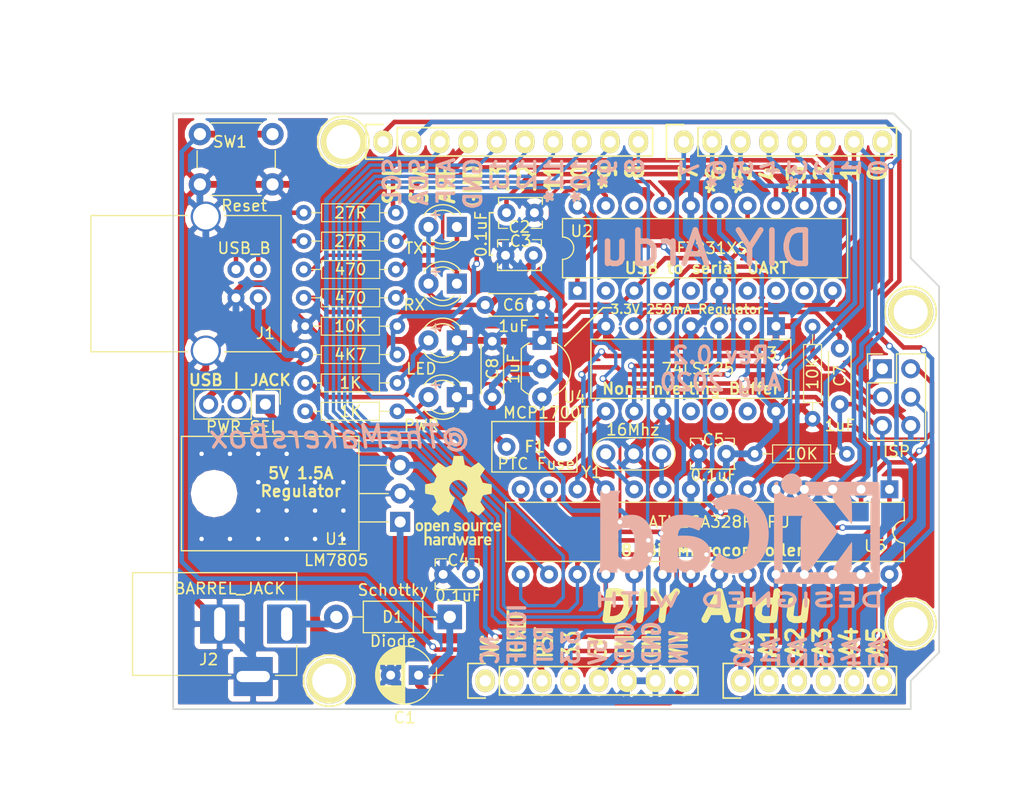
<source format=kicad_pcb>
(kicad_pcb (version 4) (host pcbnew 4.0.6)
  (title_block (date "lun. 30 mars 2015"))
  (layers (0 F.Cu signal) (31 B.Cu signal) (34 B.Paste user) (35 F.Paste user) (36 B.SilkS user) (37 F.SilkS user) (38 B.Mask user) (39 F.Mask user) (44 Edge.Cuts user))
  (net 0 "")
  (net 1 /IOREF)
  (net 2 /Reset)
  (net 3 GND)
  (net 4 /Vin)
  (net 5 /A0)
  (net 6 /A1)
  (net 7 /A2)
  (net 8 /A3)
  (net 9 /AREF)
  (net 10 "/A4(SDA)")
  (net 11 "/A5(SCL)")
  (net 12 "/9(**)")
  (net 13 /8)
  (net 14 /7)
  (net 15 "/6(**)")
  (net 16 "/5(**)")
  (net 17 /4)
  (net 18 "/3(**)")
  (net 19 /2)
  (net 20 "Net-(P5-Pad1)")
  (net 21 "Net-(P6-Pad1)")
  (net 22 "Net-(P7-Pad1)")
  (net 23 "Net-(P8-Pad1)")
  (net 24 "/13(SCK)")
  (net 25 "Net-(P1-Pad1)")
  (net 26 +3V3)
  (net 27 "/12(MISO)")
  (net 28 "Net-(C2-Pad1)")
  (net 29 "Net-(C4-Pad1)")
  (net 30 VCC)
  (net 31 "Net-(C7-Pad2)")
  (net 32 "Net-(D1-Pad2)")
  (net 33 "Net-(D2-Pad2)")
  (net 34 "Net-(D3-Pad1)")
  (net 35 "Net-(D4-Pad1)")
  (net 36 "Net-(D13-Pad2)")
  (net 37 /USBVCC)
  (net 38 "/1(TX)")
  (net 39 "/0(RX)")
  (net 40 "Net-(R1-Pad2)")
  (net 41 "Net-(R3-Pad2)")
  (net 42 "Net-(R4-Pad2)")
  (net 43 "Net-(R5-Pad1)")
  (net 44 "Net-(R6-Pad1)")
  (net 45 "Net-(R13-Pad1)")
  (net 46 "Net-(U2-Pad7)")
  (net 47 "Net-(U2-Pad5)")
  (net 48 "Net-(U2-Pad1)")
  (net 49 "Net-(U2-Pad2)")
  (net 50 "Net-(U2-Pad8)")
  (net 51 "Net-(U2-Pad9)")
  (net 52 "Net-(U2-Pad18)")
  (net 53 "Net-(U2-Pad20)")
  (net 54 "Net-(U5-Pad9)")
  (net 55 "Net-(U5-Pad10)")
  (net 56 "Net-(F1-Pad1)")
  (net 57 /D-)
  (net 58 /D+)
  (net 59 "/11(MOSI)")
  (net 60 "/10(SS)")
  (module footprints:TO-92_Inline_Wide (layer F.Cu) (at 144.018 93.345 270)
    (fp_text reference U4 (at 5.08 -2.921 540) (layer F.SilkS))
    (fp_text value MCP1700T (at 6.477 -0.381 360) (layer F.SilkS))
    (pad 2 thru_hole circle (at 5.08 0) (size 1.75 1.75) (drill 0.8) (layers *.Cu *.Mask) (net 26 +3V3))
    (pad 3 thru_hole circle (at 2.54 0) (size 1.75 1.75) (drill 0.8) (layers *.Cu *.Mask) (net 30 VCC))
    (pad 1 thru_hole rect (at 0 0) (size 1.7 1.7) (drill 0.8) (layers *.Cu *.Mask) (net 3 GND))
  )
  (module footprints:D_DO-41_SOD81_P10.16mm_Horizontal (layer F.Cu) (at 135.763 118.11 180)
    (fp_text reference D1 (at 5.08 0 180) (layer F.SilkS))
    (fp_text value Schottky (at 5.08 2.41 180) (layer F.SilkS))
    (pad 1 thru_hole rect (at 0 0 180) (size 2.2 2.2) (drill 1.1) (layers *.Cu *.Mask) (net 4 /Vin))
    (pad 2 thru_hole oval (at 10.16 0 180) (size 2.2 2.2) (drill 1.1) (layers *.Cu *.Mask) (net 32 "Net-(D1-Pad2)"))
  )
  (module footprints:C_Disc_D4.3mm_W1.9mm_P5.00mm (layer F.Cu) (at 138.938 90.17)
    (fp_text reference C6 (at 2.54 0) (layer F.SilkS))
    (fp_text value 1uF (at 2.54 1.905) (layer F.SilkS))
    (pad 1 thru_hole circle (at 0 0) (size 1.6 1.6) (drill 0.8) (layers *.Cu *.Mask) (net 26 +3V3))
    (pad 2 thru_hole circle (at 5 0) (size 1.6 1.6) (drill 0.8) (layers *.Cu *.Mask) (net 3 GND))
  )
  (module footprints:C_Disc_D4.3mm_W1.9mm_P5.00mm (layer F.Cu) (at 170.688 99.06 90)
    (fp_text reference C7 (at 2.54 0 270) (layer F.SilkS))
    (fp_text value 1uF (at -1.905 0 180) (layer F.SilkS))
    (pad 1 thru_hole circle (at 0 0 90) (size 1.6 1.6) (drill 0.8) (layers *.Cu *.Mask) (net 2 /Reset))
    (pad 2 thru_hole circle (at 5 0 90) (size 1.6 1.6) (drill 0.8) (layers *.Cu *.Mask) (net 31 "Net-(C7-Pad2)"))
  )
  (module footprints:C_Disc_D4.3mm_W1.9mm_P5.00mm (layer F.Cu) (at 139.573 98.425 90)
    (fp_text reference C8 (at 2.54 0 270) (layer F.SilkS))
    (fp_text value 1uF (at 2.54 1.905 90) (layer F.SilkS))
    (pad 1 thru_hole circle (at 0 0 90) (size 1.6 1.6) (drill 0.8) (layers *.Cu *.Mask) (net 30 VCC))
    (pad 2 thru_hole circle (at 5 0 90) (size 1.6 1.6) (drill 0.8) (layers *.Cu *.Mask) (net 3 GND))
  )
  (module footprints:Pin_Header_Straight_2x03_Pitch2.54mm (layer F.Cu) (at 174.498 95.885)
    (fp_text reference CON1 hide)
    (fp_text value ISP (at 1.27 7.41) (layer F.SilkS))
    (pad 1 thru_hole rect (at 0 0) (size 1.7 1.7) (drill 1) (layers *.Cu *.Mask) (net 27 "/12(MISO)"))
    (pad 2 thru_hole oval (at 2.54 0) (size 1.7 1.7) (drill 1) (layers *.Cu *.Mask) (net 30 VCC))
    (pad 3 thru_hole oval (at 0 2.54) (size 1.7 1.7) (drill 1) (layers *.Cu *.Mask) (net 24 "/13(SCK)"))
    (pad 4 thru_hole oval (at 2.54 2.54) (size 1.7 1.7) (drill 1) (layers *.Cu *.Mask) (net 59 "/11(MOSI)"))
    (pad 5 thru_hole oval (at 0 5.08) (size 1.7 1.7) (drill 1) (layers *.Cu *.Mask) (net 2 /Reset))
    (pad 6 thru_hole oval (at 2.54 5.08) (size 1.7 1.7) (drill 1) (layers *.Cu *.Mask) (net 3 GND))
  )
  (module footprints:C_Disc_D7.5mm_W4.4mm_P5.00mm (layer F.Cu) (at 140.843 102.87)
    (fp_text reference F1 (at 2.54 0) (layer F.SilkS))
    (fp_text value "PTC Fuse" (at 2.667 1.524) (layer F.SilkS))
    (fp_text user %R (at 2.5 0) (layer F.SilkS))
    (pad 1 thru_hole circle (at 0 0) (size 1.6 1.6) (drill 0.8) (layers *.Cu *.Mask) (net 56 "Net-(F1-Pad1)"))
    (pad 2 thru_hole circle (at 5 0) (size 1.6 1.6) (drill 0.8) (layers *.Cu *.Mask) (net 30 VCC))
  )
  (module footprints:USB_B (layer F.Cu) (at 118.618 89.535 180)
    (fp_text reference J1 (at -0.635 -3.175 360) (layer F.SilkS))
    (fp_text value USB_B (at 1.27 4.445 360) (layer F.SilkS))
    (pad 2 thru_hole circle (at 0 2.54 90) (size 1.52 1.52) (drill 0.81) (layers *.Cu *.Mask) (net 57 /D-))
    (pad 1 thru_hole circle (at 0 0 90) (size 1.52 1.52) (drill 0.81) (layers *.Cu *.Mask) (net 37 /USBVCC))
    (pad 4 thru_hole circle (at 2 0 90) (size 1.52 1.52) (drill 0.81) (layers *.Cu *.Mask) (net 3 GND))
    (pad 3 thru_hole circle (at 2 2.54 90) (size 1.52 1.52) (drill 0.81) (layers *.Cu *.Mask) (net 58 /D+))
    (pad 5 thru_hole circle (at 4.7 7.27 90) (size 2.7 2.7) (drill 2.3) (layers *.Cu *.Mask) (net 3 GND))
    (pad 5 thru_hole circle (at 4.7 -4.73 90) (size 2.7 2.7) (drill 2.3) (layers *.Cu *.Mask) (net 3 GND))
  )
  (module footprints:BARREL_JACK (layer F.Cu) (at 121.158 118.745)
    (fp_text reference J2 (at -6.985 3.175 180) (layer F.SilkS))
    (fp_text value BARREL_JACK (at -5.08 -3.175) (layer F.SilkS))
    (pad 1 thru_hole rect (at 0 0) (size 3.5 3.5) (drill oval 1 3) (layers *.Cu *.Mask) (net 32 "Net-(D1-Pad2)"))
    (pad 2 thru_hole rect (at -6 0) (size 3.5 3.5) (drill oval 1 3) (layers *.Cu *.Mask) (net 3 GND))
    (pad 3 thru_hole rect (at -3 4.7) (size 3.5 3.5) (drill oval 3 1) (layers *.Cu *.Mask) (net 3 GND))
  )
  (module footprints:Pin_Header_Straight_1x03_Pitch2.54mm (layer F.Cu) (at 119.253 99.06 270)
    (fp_text reference J3 hide)
    (fp_text value PWR_SEL (at 2.032 2.032 360) (layer F.SilkS))
    (pad 1 thru_hole rect (at 0 0 270) (size 1.7 1.7) (drill 1) (layers *.Cu *.Mask) (net 29 "Net-(C4-Pad1)"))
    (pad 2 thru_hole oval (at 0 2.54 270) (size 1.7 1.7) (drill 1) (layers *.Cu *.Mask) (net 56 "Net-(F1-Pad1)"))
    (pad 3 thru_hole oval (at 0 5.08 270) (size 1.7 1.7) (drill 1) (layers *.Cu *.Mask) (net 37 /USBVCC))
  )
  (module footprints:Socket_Strip_Arduino_1x08 (layer F.Cu) (at 138.938 123.825)
    (fp_text reference P1 hide)
    (fp_text value Power)
    (pad 1 thru_hole oval (at 0 0) (size 1.7272 2.032) (drill 1.016) (layers *.Cu *.Mask F.SilkS) (net 25 "Net-(P1-Pad1)"))
    (pad 2 thru_hole oval (at 2.54 0) (size 1.7272 2.032) (drill 1.016) (layers *.Cu *.Mask F.SilkS) (net 1 /IOREF))
    (pad 3 thru_hole oval (at 5.08 0) (size 1.7272 2.032) (drill 1.016) (layers *.Cu *.Mask F.SilkS) (net 2 /Reset))
    (pad 4 thru_hole oval (at 7.62 0) (size 1.7272 2.032) (drill 1.016) (layers *.Cu *.Mask F.SilkS) (net 26 +3V3))
    (pad 5 thru_hole oval (at 10.16 0) (size 1.7272 2.032) (drill 1.016) (layers *.Cu *.Mask F.SilkS) (net 30 VCC))
    (pad 6 thru_hole oval (at 12.7 0) (size 1.7272 2.032) (drill 1.016) (layers *.Cu *.Mask F.SilkS) (net 3 GND))
    (pad 7 thru_hole oval (at 15.24 0) (size 1.7272 2.032) (drill 1.016) (layers *.Cu *.Mask F.SilkS) (net 3 GND))
    (pad 8 thru_hole oval (at 17.78 0) (size 1.7272 2.032) (drill 1.016) (layers *.Cu *.Mask F.SilkS) (net 4 /Vin))
  )
  (module footprints:Socket_Strip_Arduino_1x06 (layer F.Cu) (at 161.798 123.825)
    (fp_text reference P2 hide)
    (fp_text value Analog)
    (pad 1 thru_hole oval (at 0 0) (size 1.7272 2.032) (drill 1.016) (layers *.Cu *.Mask F.SilkS) (net 5 /A0))
    (pad 2 thru_hole oval (at 2.54 0) (size 1.7272 2.032) (drill 1.016) (layers *.Cu *.Mask F.SilkS) (net 6 /A1))
    (pad 3 thru_hole oval (at 5.08 0) (size 1.7272 2.032) (drill 1.016) (layers *.Cu *.Mask F.SilkS) (net 7 /A2))
    (pad 4 thru_hole oval (at 7.62 0) (size 1.7272 2.032) (drill 1.016) (layers *.Cu *.Mask F.SilkS) (net 8 /A3))
    (pad 5 thru_hole oval (at 10.16 0) (size 1.7272 2.032) (drill 1.016) (layers *.Cu *.Mask F.SilkS) (net 10 "/A4(SDA)"))
    (pad 6 thru_hole oval (at 12.7 0) (size 1.7272 2.032) (drill 1.016) (layers *.Cu *.Mask F.SilkS) (net 11 "/A5(SCL)"))
  )
  (module footprints:Socket_Strip_Arduino_1x10 (layer F.Cu) (at 129.794 75.565)
    (fp_text reference P3 hide)
    (fp_text value Digital)
    (pad 1 thru_hole oval (at 0 0) (size 1.7272 2.032) (drill 1.016) (layers *.Cu *.Mask F.SilkS) (net 11 "/A5(SCL)"))
    (pad 2 thru_hole oval (at 2.54 0) (size 1.7272 2.032) (drill 1.016) (layers *.Cu *.Mask F.SilkS) (net 10 "/A4(SDA)"))
    (pad 3 thru_hole oval (at 5.08 0) (size 1.7272 2.032) (drill 1.016) (layers *.Cu *.Mask F.SilkS) (net 9 /AREF))
    (pad 4 thru_hole oval (at 7.62 0) (size 1.7272 2.032) (drill 1.016) (layers *.Cu *.Mask F.SilkS) (net 3 GND))
    (pad 5 thru_hole oval (at 10.16 0) (size 1.7272 2.032) (drill 1.016) (layers *.Cu *.Mask F.SilkS) (net 24 "/13(SCK)"))
    (pad 6 thru_hole oval (at 12.7 0) (size 1.7272 2.032) (drill 1.016) (layers *.Cu *.Mask F.SilkS) (net 27 "/12(MISO)"))
    (pad 7 thru_hole oval (at 15.24 0) (size 1.7272 2.032) (drill 1.016) (layers *.Cu *.Mask F.SilkS) (net 59 "/11(MOSI)"))
    (pad 8 thru_hole oval (at 17.78 0) (size 1.7272 2.032) (drill 1.016) (layers *.Cu *.Mask F.SilkS) (net 60 "/10(SS)"))
    (pad 9 thru_hole oval (at 20.32 0) (size 1.7272 2.032) (drill 1.016) (layers *.Cu *.Mask F.SilkS) (net 12 "/9(**)"))
    (pad 10 thru_hole oval (at 22.86 0) (size 1.7272 2.032) (drill 1.016) (layers *.Cu *.Mask F.SilkS) (net 13 /8))
  )
  (module footprints:Socket_Strip_Arduino_1x08 (layer F.Cu) (at 156.718 75.565)
    (fp_text reference P4 hide)
    (fp_text value Digital)
    (pad 1 thru_hole oval (at 0 0) (size 1.7272 2.032) (drill 1.016) (layers *.Cu *.Mask F.SilkS) (net 14 /7))
    (pad 2 thru_hole oval (at 2.54 0) (size 1.7272 2.032) (drill 1.016) (layers *.Cu *.Mask F.SilkS) (net 15 "/6(**)"))
    (pad 3 thru_hole oval (at 5.08 0) (size 1.7272 2.032) (drill 1.016) (layers *.Cu *.Mask F.SilkS) (net 16 "/5(**)"))
    (pad 4 thru_hole oval (at 7.62 0) (size 1.7272 2.032) (drill 1.016) (layers *.Cu *.Mask F.SilkS) (net 17 /4))
    (pad 5 thru_hole oval (at 10.16 0) (size 1.7272 2.032) (drill 1.016) (layers *.Cu *.Mask F.SilkS) (net 18 "/3(**)"))
    (pad 6 thru_hole oval (at 12.7 0) (size 1.7272 2.032) (drill 1.016) (layers *.Cu *.Mask F.SilkS) (net 19 /2))
    (pad 7 thru_hole oval (at 15.24 0) (size 1.7272 2.032) (drill 1.016) (layers *.Cu *.Mask F.SilkS) (net 38 "/1(TX)"))
    (pad 8 thru_hole oval (at 17.78 0) (size 1.7272 2.032) (drill 1.016) (layers *.Cu *.Mask F.SilkS) (net 39 "/0(RX)"))
  )
  (module footprints:Arduino_1pin (layer F.Cu) (at 124.968 123.825)
    (fp_text reference P5 hide)
    (fp_text value CONN_01X01 hide)
    (pad 1 thru_hole circle (at 0 0) (size 4.064 4.064) (drill 3.048) (layers *.Cu *.Mask F.SilkS) (net 20 "Net-(P5-Pad1)"))
  )
  (module footprints:Arduino_1pin (layer F.Cu) (at 177.038 118.745)
    (fp_text reference P6 hide)
    (fp_text value CONN_01X01 hide)
    (pad 1 thru_hole circle (at 0 0) (size 4.064 4.064) (drill 3.048) (layers *.Cu *.Mask F.SilkS) (net 21 "Net-(P6-Pad1)"))
  )
  (module footprints:Arduino_1pin (layer F.Cu) (at 126.238 75.565)
    (fp_text reference P7 hide)
    (fp_text value CONN_01X01 hide)
    (pad 1 thru_hole circle (at 0 0) (size 4.064 4.064) (drill 3.048) (layers *.Cu *.Mask F.SilkS) (net 22 "Net-(P7-Pad1)"))
  )
  (module footprints:Arduino_1pin (layer F.Cu) (at 177.038 90.805)
    (fp_text reference P8 hide)
    (fp_text value CONN_01X01 hide)
    (pad 1 thru_hole circle (at 0 0) (size 4.064 4.064) (drill 3.048) (layers *.Cu *.Mask F.SilkS) (net 23 "Net-(P8-Pad1)"))
  )
  (module footprints:SW_PUSH_6mm (layer F.Cu) (at 119.888 79.375 180)
    (fp_text reference SW1 (at 3.81 3.81 180) (layer F.SilkS))
    (fp_text value Reset (at 2.54 -1.905 180) (layer F.SilkS))
    (pad 2 thru_hole circle (at 0 4.5 270) (size 2 2) (drill 1.1) (layers *.Cu *.Mask) (net 2 /Reset))
    (pad 1 thru_hole circle (at 0 0 270) (size 2 2) (drill 1.1) (layers *.Cu *.Mask) (net 3 GND))
    (pad 2 thru_hole circle (at 6.5 4.5 270) (size 2 2) (drill 1.1) (layers *.Cu *.Mask) (net 2 /Reset))
    (pad 1 thru_hole circle (at 6.5 0 270) (size 2 2) (drill 1.1) (layers *.Cu *.Mask) (net 3 GND))
  )
  (module footprints:TO-220-3_Horizontal (layer F.Cu) (at 131.318 109.601 90)
    (fp_text reference U1 (at -1.524 -5.715 180) (layer F.SilkS))
    (fp_text value LM7805 (at -3.429 -5.715 180) (layer F.SilkS))
    (pad 0 np_thru_hole oval (at 2.54 -16.66 90) (size 3.5 3.5) (drill 3.5) (layers *.Cu *.Mask))
    (pad 1 thru_hole rect (at 0 0 90) (size 1.8 1.8) (drill 1) (layers *.Cu *.Mask) (net 4 /Vin))
    (pad 2 thru_hole oval (at 2.54 0 90) (size 1.8 1.8) (drill 1) (layers *.Cu *.Mask) (net 3 GND))
    (pad 3 thru_hole oval (at 5.08 0 90) (size 1.8 1.8) (drill 1) (layers *.Cu *.Mask) (net 29 "Net-(C4-Pad1)"))
  )
  (module footprints:DIP-20_W7.62mm (layer F.Cu) (at 147.193 88.9 90)
    (fp_text reference U2 (at 5.334 0.381 180) (layer F.SilkS))
    (fp_text value FT231XS (at 3.81 12.065 180) (layer F.SilkS))
    (pad 1 thru_hole rect (at 0 0 90) (size 1.6 1.6) (drill 0.8) (layers *.Cu *.Mask) (net 48 "Net-(U2-Pad1)"))
    (pad 11 thru_hole oval (at 7.62 22.86 90) (size 1.6 1.6) (drill 0.8) (layers *.Cu *.Mask) (net 43 "Net-(R5-Pad1)"))
    (pad 2 thru_hole oval (at 0 2.54 90) (size 1.6 1.6) (drill 0.8) (layers *.Cu *.Mask) (net 49 "Net-(U2-Pad2)"))
    (pad 12 thru_hole oval (at 7.62 20.32 90) (size 1.6 1.6) (drill 0.8) (layers *.Cu *.Mask) (net 44 "Net-(R6-Pad1)"))
    (pad 3 thru_hole oval (at 0 5.08 90) (size 1.6 1.6) (drill 0.8) (layers *.Cu *.Mask) (net 26 +3V3))
    (pad 13 thru_hole oval (at 7.62 17.78 90) (size 1.6 1.6) (drill 0.8) (layers *.Cu *.Mask) (net 28 "Net-(C2-Pad1)"))
    (pad 4 thru_hole oval (at 0 7.62 90) (size 1.6 1.6) (drill 0.8) (layers *.Cu *.Mask) (net 38 "/1(TX)"))
    (pad 14 thru_hole oval (at 7.62 15.24 90) (size 1.6 1.6) (drill 0.8) (layers *.Cu *.Mask) (net 26 +3V3))
    (pad 5 thru_hole oval (at 0 10.16 90) (size 1.6 1.6) (drill 0.8) (layers *.Cu *.Mask) (net 47 "Net-(U2-Pad5)"))
    (pad 15 thru_hole oval (at 7.62 12.7 90) (size 1.6 1.6) (drill 0.8) (layers *.Cu *.Mask) (net 30 VCC))
    (pad 6 thru_hole oval (at 0 12.7 90) (size 1.6 1.6) (drill 0.8) (layers *.Cu *.Mask) (net 3 GND))
    (pad 16 thru_hole oval (at 7.62 10.16 90) (size 1.6 1.6) (drill 0.8) (layers *.Cu *.Mask) (net 3 GND))
    (pad 7 thru_hole oval (at 0 15.24 90) (size 1.6 1.6) (drill 0.8) (layers *.Cu *.Mask) (net 46 "Net-(U2-Pad7)"))
    (pad 17 thru_hole oval (at 7.62 7.62 90) (size 1.6 1.6) (drill 0.8) (layers *.Cu *.Mask) (net 41 "Net-(R3-Pad2)"))
    (pad 8 thru_hole oval (at 0 17.78 90) (size 1.6 1.6) (drill 0.8) (layers *.Cu *.Mask) (net 50 "Net-(U2-Pad8)"))
    (pad 18 thru_hole oval (at 7.62 5.08 90) (size 1.6 1.6) (drill 0.8) (layers *.Cu *.Mask) (net 52 "Net-(U2-Pad18)"))
    (pad 9 thru_hole oval (at 0 20.32 90) (size 1.6 1.6) (drill 0.8) (layers *.Cu *.Mask) (net 51 "Net-(U2-Pad9)"))
    (pad 19 thru_hole oval (at 7.62 2.54 90) (size 1.6 1.6) (drill 0.8) (layers *.Cu *.Mask) (net 40 "Net-(R1-Pad2)"))
    (pad 10 thru_hole oval (at 0 22.86 90) (size 1.6 1.6) (drill 0.8) (layers *.Cu *.Mask) (net 42 "Net-(R4-Pad2)"))
    (pad 20 thru_hole oval (at 7.62 0 90) (size 1.6 1.6) (drill 0.8) (layers *.Cu *.Mask) (net 53 "Net-(U2-Pad20)"))
  )
  (module footprints:DIP-14_W7.62mm (layer F.Cu) (at 164.973 92.075 270)
    (fp_text reference U3 (at 2.413 0.889 360) (layer F.SilkS))
    (fp_text value 74LS125 (at 3.81 6.985 360) (layer F.SilkS))
    (pad 1 thru_hole rect (at 0 0 270) (size 1.6 1.6) (drill 0.8) (layers *.Cu *.Mask) (net 3 GND))
    (pad 8 thru_hole oval (at 7.62 15.24 270) (size 1.6 1.6) (drill 0.8) (layers *.Cu *.Mask) (net 45 "Net-(R13-Pad1)"))
    (pad 2 thru_hole oval (at 0 2.54 270) (size 1.6 1.6) (drill 0.8) (layers *.Cu *.Mask) (net 53 "Net-(U2-Pad20)"))
    (pad 9 thru_hole oval (at 7.62 12.7 270) (size 1.6 1.6) (drill 0.8) (layers *.Cu *.Mask) (net 24 "/13(SCK)"))
    (pad 3 thru_hole oval (at 0 5.08 270) (size 1.6 1.6) (drill 0.8) (layers *.Cu *.Mask) (net 39 "/0(RX)"))
    (pad 10 thru_hole oval (at 7.62 10.16 270) (size 1.6 1.6) (drill 0.8) (layers *.Cu *.Mask) (net 3 GND))
    (pad 4 thru_hole oval (at 0 7.62 270) (size 1.6 1.6) (drill 0.8) (layers *.Cu *.Mask) (net 3 GND))
    (pad 11 thru_hole oval (at 7.62 7.62 270) (size 1.6 1.6) (drill 0.8) (layers *.Cu *.Mask))
    (pad 5 thru_hole oval (at 0 10.16 270) (size 1.6 1.6) (drill 0.8) (layers *.Cu *.Mask) (net 48 "Net-(U2-Pad1)"))
    (pad 12 thru_hole oval (at 7.62 5.08 270) (size 1.6 1.6) (drill 0.8) (layers *.Cu *.Mask))
    (pad 6 thru_hole oval (at 0 12.7 270) (size 1.6 1.6) (drill 0.8) (layers *.Cu *.Mask) (net 31 "Net-(C7-Pad2)"))
    (pad 13 thru_hole oval (at 7.62 2.54 270) (size 1.6 1.6) (drill 0.8) (layers *.Cu *.Mask))
    (pad 7 thru_hole oval (at 0 15.24 270) (size 1.6 1.6) (drill 0.8) (layers *.Cu *.Mask) (net 3 GND))
    (pad 14 thru_hole oval (at 7.62 0 270) (size 1.6 1.6) (drill 0.8) (layers *.Cu *.Mask) (net 30 VCC))
  )
  (module footprints:DIP-28_W7.62mm (layer F.Cu) (at 175.133 106.68 270)
    (fp_text reference U5 (at 5.08 1.27 360) (layer F.SilkS))
    (fp_text value ATMEGA328P-PU (at 2.921 15.24 360) (layer F.SilkS))
    (pad 1 thru_hole rect (at 0 0 270) (size 1.6 1.6) (drill 0.8) (layers *.Cu *.Mask) (net 2 /Reset))
    (pad 15 thru_hole oval (at 7.62 33.02 270) (size 1.6 1.6) (drill 0.8) (layers *.Cu *.Mask) (net 12 "/9(**)"))
    (pad 2 thru_hole oval (at 0 2.54 270) (size 1.6 1.6) (drill 0.8) (layers *.Cu *.Mask) (net 39 "/0(RX)"))
    (pad 16 thru_hole oval (at 7.62 30.48 270) (size 1.6 1.6) (drill 0.8) (layers *.Cu *.Mask) (net 60 "/10(SS)"))
    (pad 3 thru_hole oval (at 0 5.08 270) (size 1.6 1.6) (drill 0.8) (layers *.Cu *.Mask) (net 38 "/1(TX)"))
    (pad 17 thru_hole oval (at 7.62 27.94 270) (size 1.6 1.6) (drill 0.8) (layers *.Cu *.Mask) (net 59 "/11(MOSI)"))
    (pad 4 thru_hole oval (at 0 7.62 270) (size 1.6 1.6) (drill 0.8) (layers *.Cu *.Mask) (net 19 /2))
    (pad 18 thru_hole oval (at 7.62 25.4 270) (size 1.6 1.6) (drill 0.8) (layers *.Cu *.Mask) (net 27 "/12(MISO)"))
    (pad 5 thru_hole oval (at 0 10.16 270) (size 1.6 1.6) (drill 0.8) (layers *.Cu *.Mask) (net 18 "/3(**)"))
    (pad 19 thru_hole oval (at 7.62 22.86 270) (size 1.6 1.6) (drill 0.8) (layers *.Cu *.Mask) (net 24 "/13(SCK)"))
    (pad 6 thru_hole oval (at 0 12.7 270) (size 1.6 1.6) (drill 0.8) (layers *.Cu *.Mask) (net 17 /4))
    (pad 20 thru_hole oval (at 7.62 20.32 270) (size 1.6 1.6) (drill 0.8) (layers *.Cu *.Mask) (net 30 VCC))
    (pad 7 thru_hole oval (at 0 15.24 270) (size 1.6 1.6) (drill 0.8) (layers *.Cu *.Mask) (net 30 VCC))
    (pad 21 thru_hole oval (at 7.62 17.78 270) (size 1.6 1.6) (drill 0.8) (layers *.Cu *.Mask) (net 9 /AREF))
    (pad 8 thru_hole oval (at 0 17.78 270) (size 1.6 1.6) (drill 0.8) (layers *.Cu *.Mask) (net 3 GND))
    (pad 22 thru_hole oval (at 7.62 15.24 270) (size 1.6 1.6) (drill 0.8) (layers *.Cu *.Mask) (net 3 GND))
    (pad 9 thru_hole oval (at 0 20.32 270) (size 1.6 1.6) (drill 0.8) (layers *.Cu *.Mask) (net 54 "Net-(U5-Pad9)"))
    (pad 23 thru_hole oval (at 7.62 12.7 270) (size 1.6 1.6) (drill 0.8) (layers *.Cu *.Mask) (net 5 /A0))
    (pad 10 thru_hole oval (at 0 22.86 270) (size 1.6 1.6) (drill 0.8) (layers *.Cu *.Mask) (net 55 "Net-(U5-Pad10)"))
    (pad 24 thru_hole oval (at 7.62 10.16 270) (size 1.6 1.6) (drill 0.8) (layers *.Cu *.Mask) (net 6 /A1))
    (pad 11 thru_hole oval (at 0 25.4 270) (size 1.6 1.6) (drill 0.8) (layers *.Cu *.Mask) (net 16 "/5(**)"))
    (pad 25 thru_hole oval (at 7.62 7.62 270) (size 1.6 1.6) (drill 0.8) (layers *.Cu *.Mask) (net 7 /A2))
    (pad 12 thru_hole oval (at 0 27.94 270) (size 1.6 1.6) (drill 0.8) (layers *.Cu *.Mask) (net 15 "/6(**)"))
    (pad 26 thru_hole oval (at 7.62 5.08 270) (size 1.6 1.6) (drill 0.8) (layers *.Cu *.Mask) (net 8 /A3))
    (pad 13 thru_hole oval (at 0 30.48 270) (size 1.6 1.6) (drill 0.8) (layers *.Cu *.Mask) (net 14 /7))
    (pad 27 thru_hole oval (at 7.62 2.54 270) (size 1.6 1.6) (drill 0.8) (layers *.Cu *.Mask) (net 10 "/A4(SDA)"))
    (pad 14 thru_hole oval (at 0 33.02 270) (size 1.6 1.6) (drill 0.8) (layers *.Cu *.Mask) (net 13 /8))
    (pad 28 thru_hole oval (at 7.62 0 270) (size 1.6 1.6) (drill 0.8) (layers *.Cu *.Mask) (net 11 "/A5(SCL)"))
  )
  (module footprints:Resonator-3pin_w7.0mm_h2.5mm (layer F.Cu) (at 149.733 103.505)
    (fp_text reference Y1 (at -1.27 1.651) (layer F.SilkS))
    (fp_text value 16Mhz (at 2.413 -2.159) (layer F.SilkS))
    (pad 1 thru_hole circle (at 0 0) (size 1.7 1.7) (drill 1) (layers *.Cu *.Mask) (net 55 "Net-(U5-Pad10)"))
    (pad 2 thru_hole circle (at 2.5 0) (size 1.7 1.7) (drill 1) (layers *.Cu *.Mask) (net 3 GND))
    (pad 3 thru_hole circle (at 5 0) (size 1.7 1.7) (drill 1) (layers *.Cu *.Mask) (net 54 "Net-(U5-Pad9)"))
  )
  (module footprints:LED_D3.0mm (layer F.Cu) (at 136.398 98.425 180)
    (fp_text reference D2)
    (fp_text value PWR (at 3.175 -2.54 180) (layer F.SilkS))
    (fp_text user + (at 1.905 1.143 180) (layer B.SilkS) (effects (justify mirror)))
    (fp_text user + (at 1.905 1.143 180) (layer F.SilkS))
    (pad 1 thru_hole rect (at 0 0 180) (size 1.8 1.8) (drill 0.9) (layers *.Cu *.Mask) (net 3 GND))
    (pad 2 thru_hole circle (at 2.54 0 180) (size 1.8 1.8) (drill 0.9) (layers *.Cu *.Mask) (net 33 "Net-(D2-Pad2)"))
  )
  (module footprints:LED_D3.0mm (layer F.Cu) (at 136.398 83.185 180)
    (fp_text reference D3)
    (fp_text value TX (at 3.81 -1.905 180) (layer F.SilkS))
    (fp_text user + (at 1.905 1.143 180) (layer B.SilkS) (effects (justify mirror)))
    (fp_text user + (at 1.905 1.143 180) (layer F.SilkS))
    (pad 1 thru_hole rect (at 0 0 180) (size 1.8 1.8) (drill 0.9) (layers *.Cu *.Mask) (net 34 "Net-(D3-Pad1)"))
    (pad 2 thru_hole circle (at 2.54 0 180) (size 1.8 1.8) (drill 0.9) (layers *.Cu *.Mask) (net 26 +3V3))
  )
  (module footprints:LED_D3.0mm (layer F.Cu) (at 136.398 88.265 180)
    (fp_text reference D4)
    (fp_text value RX (at 3.81 -1.905 180) (layer F.SilkS))
    (fp_text user + (at 1.905 1.143 180) (layer B.SilkS) (effects (justify mirror)))
    (fp_text user + (at 1.905 1.143 180) (layer F.SilkS))
    (pad 1 thru_hole rect (at 0 0 180) (size 1.8 1.8) (drill 0.9) (layers *.Cu *.Mask) (net 35 "Net-(D4-Pad1)"))
    (pad 2 thru_hole circle (at 2.54 0 180) (size 1.8 1.8) (drill 0.9) (layers *.Cu *.Mask) (net 26 +3V3))
  )
  (module footprints:LED_D3.0mm (layer F.Cu) (at 136.398 93.345 180)
    (fp_text reference D13)
    (fp_text value LED (at 3.175 -2.54 180) (layer F.SilkS))
    (fp_text user + (at 1.905 1.143 180) (layer B.SilkS) (effects (justify mirror)))
    (fp_text user + (at 1.905 1.143 180) (layer F.SilkS))
    (pad 1 thru_hole rect (at 0 0 180) (size 1.8 1.8) (drill 0.9) (layers *.Cu *.Mask) (net 3 GND))
    (pad 2 thru_hole circle (at 2.54 0 180) (size 1.8 1.8) (drill 0.9) (layers *.Cu *.Mask) (net 36 "Net-(D13-Pad2)"))
  )
  (module footprints:C_Disc_D3.8mm_W2.6mm_P2.50mm (layer F.Cu) (at 160.528 103.505 180)
    (fp_text reference C5 (at 1.143 1.27 180) (layer F.SilkS))
    (fp_text value 0.1uF (at 1.143 -1.905 180) (layer F.SilkS))
    (pad 1 thru_hole circle (at 0 0 180) (size 1.6 1.6) (drill 0.8) (layers *.Cu *.Mask) (net 30 VCC))
    (pad 2 thru_hole circle (at 2.5 0 180) (size 1.6 1.6) (drill 0.8) (layers *.Cu *.Mask) (net 3 GND))
  )
  (module footprints:C_Disc_D3.8mm_W2.6mm_P2.50mm (layer F.Cu) (at 137.668 114.3 180)
    (fp_text reference C4 (at 1.143 1.27 180) (layer F.SilkS))
    (fp_text value 0.1uF (at 1.143 -1.905 180) (layer F.SilkS))
    (pad 1 thru_hole circle (at 0 0 180) (size 1.6 1.6) (drill 0.8) (layers *.Cu *.Mask) (net 29 "Net-(C4-Pad1)"))
    (pad 2 thru_hole circle (at 2.5 0 180) (size 1.6 1.6) (drill 0.8) (layers *.Cu *.Mask) (net 3 GND))
  )
  (module footprints:C_Disc_D3.8mm_W2.6mm_P2.50mm (layer F.Cu) (at 140.843 81.915)
    (fp_text reference C2 (at 1.143 1.27) (layer F.SilkS))
    (fp_text value 0.1uF hide)
    (pad 1 thru_hole circle (at 0 0) (size 1.6 1.6) (drill 0.8) (layers *.Cu *.Mask) (net 28 "Net-(C2-Pad1)"))
    (pad 2 thru_hole circle (at 2.5 0) (size 1.6 1.6) (drill 0.8) (layers *.Cu *.Mask) (net 3 GND))
  )
  (module footprints:C_Disc_D3.8mm_W2.6mm_P2.50mm (layer F.Cu) (at 143.256 85.725 180)
    (fp_text reference C3 (at 1.143 1.27 180) (layer F.SilkS))
    (fp_text value 0.1uF (at 4.699 1.905 270) (layer F.SilkS))
    (pad 1 thru_hole circle (at 0 0 180) (size 1.6 1.6) (drill 0.8) (layers *.Cu *.Mask) (net 26 +3V3))
    (pad 2 thru_hole circle (at 2.5 0 180) (size 1.6 1.6) (drill 0.8) (layers *.Cu *.Mask) (net 3 GND))
  )
  (module Symbols:KiCad-Logo2_12mm_SilkScreen (layer B.Cu) (at 161.671 111.252 180)
    (fp_text reference REF*** hide)
    (fp_text value KiCad-Logo2_12mm_SilkScreen hide)
  )
  (module Symbols:OSHW-Logo_7.5x8mm_SilkScreen (layer F.Cu) (at 136.525 107.696)
    (fp_text reference REF*** hide)
    (fp_text value OSHW-Logo_7.5x8mm_SilkScreen hide)
  )
  (module Capacitors_THT:CP_Radial_D5.0mm_P2.50mm (layer F.Cu) (at 132.969 123.317 180)
    (fp_text reference C1 (at 1.25 -3.81 180) (layer F.SilkS))
    (fp_text value 0.33uF)
    (pad 1 thru_hole rect (at 0 0 180) (size 1.75 1.75) (drill 0.8) (layers *.Cu *.Mask) (net 4 /Vin))
    (pad 2 thru_hole circle (at 2.5 0 180) (size 1.75 1.75) (drill 0.8) (layers *.Cu *.Mask) (net 3 GND))
  )
  (module footprints:R_Axial_DIN0204_L3.6mm_D1.6mm_P7.62mm_Horizontal (layer F.Cu) (at 123.063 97.155)
    (fp_text reference R13)
    (fp_text value 1K (at 3.81 0) (layer F.SilkS))
    (pad 1 thru_hole circle (at -0.25 0) (size 1.4 1.4) (drill 0.7) (layers *.Cu *.Mask) (net 45 "Net-(R13-Pad1)"))
    (pad 2 thru_hole oval (at 8 0) (size 1.4 1.4) (drill 0.7) (layers *.Cu *.Mask) (net 36 "Net-(D13-Pad2)"))
  )
  (module footprints:R_Axial_DIN0204_L3.6mm_D1.6mm_P7.62mm_Horizontal (layer F.Cu) (at 168.248 100.115 90)
    (fp_text reference R9)
    (fp_text value 10K (at 3.81 0 90) (layer F.SilkS))
    (pad 1 thru_hole circle (at -0.25 0 90) (size 1.4 1.4) (drill 0.7) (layers *.Cu *.Mask) (net 3 GND))
    (pad 2 thru_hole oval (at 8 0 90) (size 1.4 1.4) (drill 0.7) (layers *.Cu *.Mask) (net 24 "/13(SCK)"))
  )
  (module footprints:R_Axial_DIN0204_L3.6mm_D1.6mm_P7.62mm_Horizontal (layer F.Cu) (at 171.069 103.505 180)
    (fp_text reference R8)
    (fp_text value 10K (at 3.81 0 180) (layer F.SilkS))
    (pad 1 thru_hole circle (at -0.25 0 180) (size 1.4 1.4) (drill 0.7) (layers *.Cu *.Mask) (net 2 /Reset))
    (pad 2 thru_hole oval (at 8 0 180) (size 1.4 1.4) (drill 0.7) (layers *.Cu *.Mask) (net 30 VCC))
  )
  (module footprints:R_Axial_DIN0204_L3.6mm_D1.6mm_P7.62mm_Horizontal (layer F.Cu) (at 123.063 92.075)
    (fp_text reference R7)
    (fp_text value 10K (at 3.81 0) (layer F.SilkS))
    (pad 1 thru_hole circle (at -0.25 0) (size 1.4 1.4) (drill 0.7) (layers *.Cu *.Mask) (net 3 GND))
    (pad 2 thru_hole oval (at 8 0) (size 1.4 1.4) (drill 0.7) (layers *.Cu *.Mask) (net 40 "Net-(R1-Pad2)"))
  )
  (module footprints:R_Axial_DIN0204_L3.6mm_D1.6mm_P7.62mm_Horizontal (layer F.Cu) (at 130.683 89.535 180)
    (fp_text reference R4)
    (fp_text value 470 (at 3.81 0 180) (layer F.SilkS))
    (pad 1 thru_hole circle (at -0.25 0 180) (size 1.4 1.4) (drill 0.7) (layers *.Cu *.Mask) (net 35 "Net-(D4-Pad1)"))
    (pad 2 thru_hole oval (at 8 0 180) (size 1.4 1.4) (drill 0.7) (layers *.Cu *.Mask) (net 42 "Net-(R4-Pad2)"))
  )
  (module footprints:R_Axial_DIN0204_L3.6mm_D1.6mm_P7.62mm_Horizontal (layer F.Cu) (at 130.683 86.995 180)
    (fp_text reference R3)
    (fp_text value 470 (at 3.81 0 180) (layer F.SilkS))
    (pad 1 thru_hole circle (at -0.25 0 180) (size 1.4 1.4) (drill 0.7) (layers *.Cu *.Mask) (net 34 "Net-(D3-Pad1)"))
    (pad 2 thru_hole oval (at 8 0 180) (size 1.4 1.4) (drill 0.7) (layers *.Cu *.Mask) (net 41 "Net-(R3-Pad2)"))
  )
  (module footprints:R_Axial_DIN0204_L3.6mm_D1.6mm_P7.62mm_Horizontal (layer F.Cu) (at 123.063 99.695)
    (fp_text reference R2)
    (fp_text value 1K (at 3.81 0) (layer F.SilkS))
    (pad 1 thru_hole circle (at -0.25 0) (size 1.4 1.4) (drill 0.7) (layers *.Cu *.Mask) (net 30 VCC))
    (pad 2 thru_hole oval (at 8 0) (size 1.4 1.4) (drill 0.7) (layers *.Cu *.Mask) (net 33 "Net-(D2-Pad2)"))
  )
  (module footprints:R_Axial_DIN0204_L3.6mm_D1.6mm_P7.62mm_Horizontal (layer F.Cu) (at 123.063 94.615)
    (fp_text reference R1)
    (fp_text value 4K7 (at 3.81 0) (layer F.SilkS))
    (pad 1 thru_hole circle (at -0.25 0) (size 1.4 1.4) (drill 0.7) (layers *.Cu *.Mask) (net 37 /USBVCC))
    (pad 2 thru_hole oval (at 8 0) (size 1.4 1.4) (drill 0.7) (layers *.Cu *.Mask) (net 40 "Net-(R1-Pad2)"))
  )
  (module footprints:R_Axial_DIN0204_L3.6mm_D1.6mm_P7.62mm_Horizontal (layer F.Cu) (at 130.683 84.455 180)
    (fp_text reference R6)
    (fp_text value 27R (at 3.81 0 180) (layer F.SilkS))
    (pad 1 thru_hole circle (at -0.25 0 180) (size 1.4 1.4) (drill 0.7) (layers *.Cu *.Mask) (net 44 "Net-(R6-Pad1)"))
    (pad 2 thru_hole oval (at 8 0 180) (size 1.4 1.4) (drill 0.7) (layers *.Cu *.Mask) (net 57 /D-))
  )
  (module footprints:R_Axial_DIN0204_L3.6mm_D1.6mm_P7.62mm_Horizontal (layer F.Cu) (at 130.683 81.915 180)
    (fp_text reference R5)
    (fp_text value 27R (at 3.81 0 180) (layer F.SilkS))
    (pad 1 thru_hole circle (at -0.25 0 180) (size 1.4 1.4) (drill 0.7) (layers *.Cu *.Mask) (net 43 "Net-(R5-Pad1)"))
    (pad 2 thru_hole oval (at 8 0 180) (size 1.4 1.4) (drill 0.7) (layers *.Cu *.Mask) (net 58 /D+))
  )
  (gr_text Diode (at 130.683 120.269) (layer F.SilkS) (effects (font (size 1 1))))
  (gr_text "USB | JACK" (at 116.967 96.901) (layer F.SilkS) (effects (font (size 1 1) (thickness 0.2))))
  (gr_line (start 139.319 81.915) (end 139.7 81.915) (angle 90) (layer F.SilkS) (width 0.15))
  (gr_line (start 139.319 85.725) (end 139.319 81.915) (angle 90) (layer F.SilkS) (width 0.15))
  (gr_line (start 139.319 85.725) (end 139.573 85.725) (angle 90) (layer F.SilkS) (width 0.15))
  (gr_line (start 149.479 90.424) (end 150.241 90.424) (angle 90) (layer F.SilkS) (width 0.15))
  (gr_line (start 146.05 93.853) (end 149.479 90.424) (angle 90) (layer F.SilkS) (width 0.15))
  (gr_text "3.3V 250mA Regulator" (at 156.972 90.551) (layer F.SilkS) (effects (font (size 0.8 0.8))))
  (gr_text "8-Bit Microcontroller" (at 159.258 112.141) (layer F.SilkS) (effects (font (size 1 1) (thickness 0.2))))
  (gr_text "USB to serial UART" (at 158.75 86.868) (layer F.SilkS) (effects (font (size 1 1) (thickness 0.2))))
  (gr_text "Non-Inverting Buffer" (at 157.353 97.663) (layer F.SilkS) (effects (font (size 1 1) (thickness 0.2))))
  (gr_text "5V 1.5A\nRegulator" (at 122.428 106.045) (layer F.SilkS) (effects (font (size 1 1) (thickness 0.2))))
  (gr_text @TheMakersBox (at 125.984 101.981) (layer B.SilkS) (effects (font (size 2 2) (thickness 0.3) italic) (justify mirror)))
  (gr_text "7\n6*\n5*\n4\n3*\n2\n1\n0" (at 165.735 76.962 90) (layer B.SilkS) (effects (font (size 1.5 1.5) (thickness 0.3)) (justify left mirror)))
  (gr_text "SCL\nSDA\nARF\nGND\n13\n12\n11*\n10*\n9*\n8\n" (at 141.478 76.835 90) (layer B.SilkS) (effects (font (size 1.5 1.5) (thickness 0.3)) (justify left mirror)))
  (gr_text "A0\nA1\nA2\nA3\nA4\nA5" (at 168.148 119.761 90) (layer B.SilkS) (effects (font (size 1.5 1.5) (thickness 0.3)) (justify left mirror)))
  (gr_text "NC\nIOREF\nRST\n3.3\n5V\nGND\nGND\nVIN" (at 147.828 122.555 90) (layer B.SilkS) (effects (font (size 1.5 1.25) (thickness 0.3)) (justify right mirror)))
  (gr_text "Rev 0.2\nAug 2020" (at 160.02 95.885) (layer B.SilkS) (effects (font (size 1.5 1.5) (thickness 0.3)) (justify mirror)))
  (gr_text "DIY Ardu" (at 158.75 85.09) (layer B.SilkS) (effects (font (size 3 3) (thickness 0.5)) (justify mirror)))
  (gr_text "DIY Ardu" (at 158.623 117.221) (layer F.SilkS) (effects (font (size 2.5 3) (thickness 0.625) italic)))
  (gr_text "A0\nA1\nA2\nA3\nA4\nA5" (at 167.894 121.92 90) (layer F.SilkS) (effects (font (size 1.5 1.5) (thickness 0.3)) (justify left)))
  (gr_text "NC\nIOREF\nRST\n3.3\n5V\nGND\nGND\nVIN" (at 147.828 121.92 90) (layer F.SilkS) (effects (font (size 1.5 1) (thickness 0.25)) (justify left)))
  (gr_text "SCL\nSDA\nARF\nGND\n13\n12\n*11\n*10\n*9\n8" (at 141.478 77.47 90) (layer F.SilkS) (effects (font (size 1.5 1.25) (thickness 0.3)) (justify right)))
  (gr_text "7\n*6\n*5\n4\n*3\n2\n1\n0" (at 165.608 77.47 90) (layer F.SilkS) (effects (font (size 1.5 1.5) (thickness 0.3)) (justify right)))
  (gr_line (start 177.038 74.549) (end 175.514 73.025) (angle 90) (layer Edge.Cuts) (width 0.15))
  (gr_line (start 177.038 85.979) (end 177.038 74.549) (angle 90) (layer Edge.Cuts) (width 0.15))
  (gr_line (start 179.578 88.519) (end 177.038 85.979) (angle 90) (layer Edge.Cuts) (width 0.15))
  (gr_line (start 179.578 121.285) (end 179.578 88.519) (angle 90) (layer Edge.Cuts) (width 0.15))
  (gr_line (start 177.038 123.825) (end 179.578 121.285) (angle 90) (layer Edge.Cuts) (width 0.15))
  (gr_line (start 177.038 126.365) (end 177.038 123.825) (angle 90) (layer Edge.Cuts) (width 0.15))
  (gr_line (start 110.998 126.365) (end 177.038 126.365) (angle 90) (layer Edge.Cuts) (width 0.15))
  (gr_line (start 110.998 73.025) (end 110.998 126.365) (angle 90) (layer Edge.Cuts) (width 0.15))
  (gr_line (start 175.514 73.025) (end 110.998 73.025) (angle 90) (layer Edge.Cuts) (width 0.15))
  (segment (start 170.688 99.06) (end 170.688 102.874) (width 0.4064) (layer B.Cu) (net 2))
  (segment (start 170.688 102.874) (end 171.319 103.505) (width 0.4064) (layer B.Cu) (net 2))
  (segment (start 113.388 74.875) (end 113.339 74.875) (width 0.4064) (layer B.Cu) (net 2))
  (segment (start 113.339 74.875) (end 111.76 76.454) (width 0.4064) (layer B.Cu) (net 2))
  (segment (start 111.76 76.454) (end 111.76 113.157) (width 0.4064) (layer B.Cu) (net 2))
  (segment (start 113.388 74.875) (end 119.888 74.875) (width 0.6096) (layer F.Cu) (net 2))
  (segment (start 171.958 99.06) (end 170.688 99.06) (width 0.4064) (layer F.Cu) (net 2))
  (segment (start 174.498 100.965) (end 174.498 103.759) (width 0.4064) (layer B.Cu) (net 2))
  (segment (start 174.498 103.759) (end 175.133 104.394) (width 0.4064) (layer B.Cu) (net 2))
  (segment (start 174.498 100.965) (end 173.863 100.965) (width 0.4064) (layer F.Cu) (net 2))
  (segment (start 173.863 100.965) (end 171.958 99.06) (width 0.4064) (layer F.Cu) (net 2))
  (segment (start 144.018 123.825) (end 144.018 122.555) (width 0.4064) (layer F.Cu) (net 2))
  (segment (start 144.018 122.555) (end 145.415 121.158) (width 0.4064) (layer F.Cu) (net 2))
  (segment (start 144.018 122.809) (end 144.018 123.825) (width 0.4064) (layer F.Cu) (net 2))
  (segment (start 142.24 121.031) (end 144.018 122.809) (width 0.4064) (layer F.Cu) (net 2))
  (segment (start 134.493 121.031) (end 142.24 121.031) (width 0.4064) (layer F.Cu) (net 2))
  (segment (start 134.239 120.777) (end 134.493 121.031) (width 0.4064) (layer F.Cu) (net 2))
  (via (at 134.239 120.777) (size 0.6) (drill 0.4) (layers F.Cu B.Cu) (net 2))
  (segment (start 128.143 114.681) (end 134.239 120.777) (width 0.4064) (layer B.Cu) (net 2))
  (segment (start 113.284 114.681) (end 128.143 114.681) (width 0.4064) (layer B.Cu) (net 2))
  (segment (start 111.76 113.157) (end 113.284 114.681) (width 0.4064) (layer B.Cu) (net 2))
  (segment (start 175.133 112.014) (end 175.133 106.68) (width 0.4064) (layer F.Cu) (net 2))
  (segment (start 173.863 113.284) (end 175.133 112.014) (width 0.4064) (layer F.Cu) (net 2))
  (segment (start 173.863 119.507) (end 173.863 113.284) (width 0.4064) (layer F.Cu) (net 2))
  (segment (start 172.212 121.158) (end 173.863 119.507) (width 0.4064) (layer F.Cu) (net 2))
  (segment (start 145.415 121.158) (end 172.212 121.158) (width 0.4064) (layer F.Cu) (net 2))
  (segment (start 175.133 104.394) (end 175.133 106.68) (width 0.4064) (layer B.Cu) (net 2))
  (segment (start 167.64 100.965) (end 167.648 100.965) (width 0.4064) (layer F.Cu) (net 3))
  (segment (start 155.956 100.965) (end 167.64 100.965) (width 0.4064) (layer F.Cu) (net 3))
  (segment (start 154.813 99.822) (end 155.956 100.965) (width 0.4064) (layer F.Cu) (net 3))
  (segment (start 167.648 100.965) (end 168.248 100.365) (width 0.4064) (layer F.Cu) (net 3))
  (segment (start 131.318 93.345) (end 131.826 93.345) (width 0.6096) (layer F.Cu) (net 3))
  (segment (start 131.191 93.345) (end 131.318 93.345) (width 0.6096) (layer F.Cu) (net 3))
  (segment (start 124.333 93.345) (end 131.191 93.345) (width 0.6096) (layer F.Cu) (net 3))
  (segment (start 123.063 92.075) (end 124.333 93.345) (width 0.6096) (layer F.Cu) (net 3))
  (segment (start 131.826 93.345) (end 133.477 91.694) (width 0.6096) (layer F.Cu) (net 3))
  (segment (start 132.969 125.73) (end 133.858 125.73) (width 0.6096) (layer B.Cu) (net 3))
  (segment (start 136.398 114.935) (end 135.763 114.3) (width 0.6096) (layer B.Cu) (net 3))
  (segment (start 137.668 121.285) (end 137.668 116.205) (width 0.6096) (layer B.Cu) (net 3))
  (segment (start 137.668 116.205) (end 136.398 114.935) (width 0.6096) (layer B.Cu) (net 3))
  (segment (start 137.668 121.92) (end 137.668 121.285) (width 0.6096) (layer B.Cu) (net 3))
  (segment (start 133.858 125.73) (end 137.668 121.92) (width 0.6096) (layer B.Cu) (net 3))
  (segment (start 130.469 123.317) (end 130.469 123.738) (width 0.6096) (layer B.Cu) (net 3))
  (segment (start 130.469 123.738) (end 132.461 125.73) (width 0.6096) (layer B.Cu) (net 3))
  (segment (start 132.461 125.73) (end 132.969 125.73) (width 0.6096) (layer B.Cu) (net 3))
  (segment (start 132.969 125.73) (end 134.493 125.73) (width 0.6096) (layer B.Cu) (net 3))
  (segment (start 128.778 120.65) (end 129.667 120.65) (width 0.6096) (layer B.Cu) (net 3))
  (segment (start 130.469 121.452) (end 130.469 123.317) (width 0.6096) (layer B.Cu) (net 3))
  (segment (start 129.667 120.65) (end 130.469 121.452) (width 0.6096) (layer B.Cu) (net 3))
  (segment (start 143.938 90.09) (end 140.756 86.908) (width 0.6096) (layer B.Cu) (net 3))
  (segment (start 140.756 86.908) (end 140.756 85.725) (width 0.6096) (layer B.Cu) (net 3))
  (segment (start 154.813 99.695) (end 154.813 100.203) (width 0.3048) (layer F.Cu) (net 3))
  (segment (start 154.813 100.203) (end 152.233 102.783) (width 0.3048) (layer F.Cu) (net 3))
  (segment (start 152.233 102.783) (end 152.233 103.505) (width 0.3048) (layer F.Cu) (net 3))
  (via (at 121.158 111.125) (size 0.6) (drill 0.4) (layers F.Cu B.Cu) (net 3))
  (via (at 118.618 106.045) (size 0.6) (drill 0.4) (layers F.Cu B.Cu) (net 3))
  (segment (start 118.618 106.045) (end 118.618 108.585) (width 0.3048) (layer F.Cu) (net 3))
  (via (at 118.618 108.585) (size 0.6) (drill 0.4) (layers F.Cu B.Cu) (net 3))
  (segment (start 118.618 108.585) (end 116.078 111.125) (width 0.3048) (layer B.Cu) (net 3))
  (via (at 116.078 111.125) (size 0.6) (drill 0.4) (layers F.Cu B.Cu) (net 3))
  (segment (start 116.078 111.125) (end 113.538 111.125) (width 0.3048) (layer F.Cu) (net 3))
  (via (at 113.538 111.125) (size 0.6) (drill 0.4) (layers F.Cu B.Cu) (net 3))
  (segment (start 113.538 111.125) (end 118.618 111.125) (width 0.3048) (layer B.Cu) (net 3))
  (via (at 118.618 111.125) (size 0.6) (drill 0.4) (layers F.Cu B.Cu) (net 3))
  (segment (start 118.618 111.125) (end 121.158 111.125) (width 0.3048) (layer F.Cu) (net 3))
  (segment (start 116.078 103.505) (end 118.618 106.045) (width 0.3048) (layer B.Cu) (net 3))
  (via (at 121.158 108.585) (size 0.6) (drill 0.4) (layers F.Cu B.Cu) (net 3))
  (segment (start 123.698 108.585) (end 121.158 108.585) (width 0.3048) (layer B.Cu) (net 3))
  (via (at 123.698 108.585) (size 0.6) (drill 0.4) (layers F.Cu B.Cu) (net 3))
  (segment (start 126.238 108.585) (end 123.698 108.585) (width 0.3048) (layer F.Cu) (net 3))
  (via (at 126.238 108.585) (size 0.6) (drill 0.4) (layers F.Cu B.Cu) (net 3))
  (segment (start 126.238 111.125) (end 126.238 108.585) (width 0.3048) (layer B.Cu) (net 3))
  (via (at 126.238 111.125) (size 0.6) (drill 0.4) (layers F.Cu B.Cu) (net 3))
  (segment (start 123.698 111.125) (end 126.238 111.125) (width 0.3048) (layer F.Cu) (net 3))
  (via (at 123.698 111.125) (size 0.6) (drill 0.4) (layers F.Cu B.Cu) (net 3))
  (segment (start 121.158 111.125) (end 123.698 111.125) (width 0.3048) (layer B.Cu) (net 3))
  (segment (start 131.318 107.061) (end 127.254 107.061) (width 0.3048) (layer F.Cu) (net 3))
  (segment (start 118.618 103.505) (end 116.078 103.505) (width 0.3048) (layer B.Cu) (net 3))
  (via (at 118.618 103.505) (size 0.6) (drill 0.4) (layers F.Cu B.Cu) (net 3))
  (segment (start 121.158 103.505) (end 118.618 103.505) (width 0.3048) (layer F.Cu) (net 3))
  (via (at 121.158 103.505) (size 0.6) (drill 0.4) (layers F.Cu B.Cu) (net 3))
  (segment (start 121.158 106.045) (end 121.158 103.505) (width 0.3048) (layer B.Cu) (net 3))
  (via (at 121.158 106.045) (size 0.6) (drill 0.4) (layers F.Cu B.Cu) (net 3))
  (segment (start 123.698 106.045) (end 121.158 106.045) (width 0.3048) (layer F.Cu) (net 3))
  (via (at 123.698 106.045) (size 0.6) (drill 0.4) (layers F.Cu B.Cu) (net 3))
  (segment (start 126.238 106.045) (end 123.698 106.045) (width 0.3048) (layer B.Cu) (net 3))
  (via (at 126.238 106.045) (size 0.6) (drill 0.4) (layers F.Cu B.Cu) (net 3))
  (segment (start 127.254 107.061) (end 126.238 106.045) (width 0.3048) (layer F.Cu) (net 3))
  (via (at 116.078 103.505) (size 0.6) (drill 0.4) (layers F.Cu B.Cu) (net 3))
  (segment (start 116.078 103.505) (end 113.538 103.505) (width 0.3048) (layer F.Cu) (net 3))
  (via (at 113.538 103.505) (size 0.6) (drill 0.4) (layers F.Cu B.Cu) (net 3))
  (segment (start 113.538 103.505) (end 116.078 103.505) (width 0.3048) (layer B.Cu) (net 3))
  (segment (start 140.756 85.725) (end 140.756 84.502) (width 0.6096) (layer B.Cu) (net 3))
  (segment (start 140.756 84.502) (end 143.343 81.915) (width 0.6096) (layer B.Cu) (net 3))
  (segment (start 137.414 75.565) (end 137.414 75.692) (width 0.6096) (layer F.Cu) (net 3))
  (segment (start 137.414 75.692) (end 135.89 77.216) (width 0.6096) (layer F.Cu) (net 3))
  (segment (start 126.238 79.375) (end 119.888 79.375) (width 0.6096) (layer F.Cu) (net 3))
  (segment (start 128.397 77.216) (end 126.238 79.375) (width 0.6096) (layer F.Cu) (net 3))
  (segment (start 135.89 77.216) (end 128.397 77.216) (width 0.6096) (layer F.Cu) (net 3))
  (segment (start 152.233 103.505) (end 152.233 102.783) (width 0.6096) (layer F.Cu) (net 3))
  (segment (start 152.233 102.783) (end 153.035 101.981) (width 0.6096) (layer F.Cu) (net 3))
  (segment (start 158.028 102.529) (end 158.028 103.505) (width 0.6096) (layer F.Cu) (net 3))
  (segment (start 157.48 101.981) (end 158.028 102.529) (width 0.6096) (layer F.Cu) (net 3))
  (segment (start 153.035 101.981) (end 157.48 101.981) (width 0.6096) (layer F.Cu) (net 3))
  (segment (start 157.353 92.075) (end 157.9245 92.075) (width 0.6096) (layer B.Cu) (net 3))
  (segment (start 157.9245 92.075) (end 159.893 90.1065) (width 0.6096) (layer B.Cu) (net 3))
  (segment (start 159.893 90.1065) (end 159.893 88.9) (width 0.6096) (layer B.Cu) (net 3))
  (segment (start 113.918 94.265) (end 113.918 95.886) (width 0.6096) (layer F.Cu) (net 3))
  (segment (start 111.76 115.347) (end 115.158 118.745) (width 0.6096) (layer F.Cu) (net 3))
  (segment (start 111.76 98.044) (end 111.76 115.347) (width 0.6096) (layer F.Cu) (net 3))
  (segment (start 113.918 95.886) (end 111.76 98.044) (width 0.6096) (layer F.Cu) (net 3))
  (segment (start 136.398 92.329) (end 136.398 93.345) (width 0.6096) (layer F.Cu) (net 3))
  (segment (start 133.477 91.694) (end 133.985 91.694) (width 0.6096) (layer F.Cu) (net 3))
  (segment (start 133.985 91.694) (end 135.763 91.694) (width 0.6096) (layer F.Cu) (net 3))
  (segment (start 135.763 91.694) (end 136.398 92.329) (width 0.6096) (layer F.Cu) (net 3))
  (segment (start 152.233 103.505) (end 152.233 103.037) (width 0.6096) (layer F.Cu) (net 3))
  (segment (start 158.028 102.91) (end 158.028 103.505) (width 0.6096) (layer F.Cu) (net 3))
  (segment (start 177.038 100.965) (end 175.768 99.695) (width 0.4064) (layer F.Cu) (net 3))
  (segment (start 168.148 96.52) (end 164.973 93.345) (width 0.4064) (layer F.Cu) (net 3))
  (segment (start 170.688 96.52) (end 168.148 96.52) (width 0.4064) (layer F.Cu) (net 3))
  (segment (start 173.863 99.695) (end 170.688 96.52) (width 0.4064) (layer F.Cu) (net 3))
  (segment (start 175.768 99.695) (end 173.863 99.695) (width 0.4064) (layer F.Cu) (net 3))
  (segment (start 164.973 93.345) (end 164.973 92.075) (width 0.4064) (layer F.Cu) (net 3))
  (segment (start 157.353 92.075) (end 157.353 92.71) (width 0.6096) (layer F.Cu) (net 3))
  (segment (start 157.353 92.71) (end 158.623 93.98) (width 0.6096) (layer F.Cu) (net 3))
  (segment (start 164.973 93.345) (end 164.973 92.075) (width 0.6096) (layer F.Cu) (net 3))
  (segment (start 164.338 93.98) (end 164.973 93.345) (width 0.6096) (layer F.Cu) (net 3))
  (segment (start 158.623 93.98) (end 164.338 93.98) (width 0.6096) (layer F.Cu) (net 3))
  (segment (start 149.733 92.075) (end 149.733 92.71) (width 0.6096) (layer F.Cu) (net 3))
  (segment (start 149.733 92.71) (end 151.003 93.98) (width 0.6096) (layer F.Cu) (net 3))
  (segment (start 151.003 93.98) (end 156.083 93.98) (width 0.6096) (layer F.Cu) (net 3))
  (segment (start 156.083 93.98) (end 157.353 92.71) (width 0.6096) (layer F.Cu) (net 3))
  (segment (start 157.353 81.28) (end 157.353 83.82) (width 0.6096) (layer B.Cu) (net 3))
  (segment (start 159.893 86.36) (end 159.893 88.9) (width 0.6096) (layer B.Cu) (net 3))
  (segment (start 157.353 83.82) (end 159.893 86.36) (width 0.6096) (layer B.Cu) (net 3))
  (segment (start 143.938 90.17) (end 143.938 90.09) (width 0.6096) (layer B.Cu) (net 3))
  (segment (start 116.618 89.535) (end 116.618 88.995) (width 0.6096) (layer F.Cu) (net 3))
  (segment (start 116.618 88.995) (end 117.348 88.265) (width 0.6096) (layer F.Cu) (net 3))
  (segment (start 119.253 88.265) (end 123.063 92.075) (width 0.6096) (layer F.Cu) (net 3))
  (segment (start 117.348 88.265) (end 119.253 88.265) (width 0.6096) (layer F.Cu) (net 3))
  (segment (start 144.018 93.345) (end 144.018 90.25) (width 0.6096) (layer B.Cu) (net 3))
  (segment (start 144.018 90.25) (end 143.938 90.17) (width 0.6096) (layer B.Cu) (net 3))
  (segment (start 144.018 93.345) (end 148.463 93.345) (width 0.6096) (layer F.Cu) (net 3))
  (segment (start 148.463 93.345) (end 149.733 92.075) (width 0.6096) (layer F.Cu) (net 3))
  (segment (start 139.573 93.425) (end 143.938 93.425) (width 0.6096) (layer F.Cu) (net 3))
  (segment (start 143.938 93.425) (end 144.018 93.345) (width 0.6096) (layer F.Cu) (net 3))
  (segment (start 136.398 93.345) (end 139.493 93.345) (width 0.6096) (layer F.Cu) (net 3))
  (segment (start 139.493 93.345) (end 139.573 93.425) (width 0.6096) (layer F.Cu) (net 3))
  (segment (start 136.398 98.425) (end 136.398 93.345) (width 0.6096) (layer B.Cu) (net 3))
  (segment (start 113.388 79.375) (end 119.888 79.375) (width 0.6096) (layer F.Cu) (net 3))
  (segment (start 113.918 82.265) (end 113.918 86.835) (width 0.6096) (layer B.Cu) (net 3))
  (segment (start 113.918 86.835) (end 116.618 89.535) (width 0.6096) (layer B.Cu) (net 3))
  (segment (start 113.388 79.375) (end 113.388 81.735) (width 0.6096) (layer B.Cu) (net 3))
  (segment (start 113.388 81.735) (end 113.918 82.265) (width 0.6096) (layer B.Cu) (net 3))
  (segment (start 157.353 106.68) (end 157.353 105.41) (width 0.6096) (layer B.Cu) (net 3))
  (segment (start 158.028 104.735) (end 158.028 103.505) (width 0.6096) (layer B.Cu) (net 3))
  (segment (start 157.353 105.41) (end 158.028 104.735) (width 0.6096) (layer B.Cu) (net 3))
  (segment (start 152.233 103.505) (end 152.233 102.91) (width 0.6096) (layer B.Cu) (net 3))
  (segment (start 158.028 102.91) (end 158.028 103.505) (width 0.6096) (layer B.Cu) (net 3))
  (segment (start 159.893 114.3) (end 159.893 110.49) (width 0.6096) (layer B.Cu) (net 3))
  (segment (start 157.353 107.95) (end 157.353 106.68) (width 0.6096) (layer B.Cu) (net 3))
  (segment (start 159.893 110.49) (end 157.353 107.95) (width 0.6096) (layer B.Cu) (net 3))
  (segment (start 151.638 123.825) (end 151.638 124.46) (width 0.6096) (layer B.Cu) (net 3))
  (segment (start 151.638 124.46) (end 150.368 125.73) (width 0.6096) (layer B.Cu) (net 3))
  (segment (start 150.368 125.73) (end 134.493 125.73) (width 0.6096) (layer B.Cu) (net 3))
  (segment (start 159.893 114.3) (end 159.893 115.57) (width 0.6096) (layer B.Cu) (net 3))
  (segment (start 154.178 121.285) (end 154.178 123.825) (width 0.6096) (layer B.Cu) (net 3))
  (segment (start 159.893 115.57) (end 154.178 121.285) (width 0.6096) (layer B.Cu) (net 3))
  (segment (start 151.638 123.825) (end 154.178 123.825) (width 0.6096) (layer B.Cu) (net 3))
  (segment (start 113.918 94.265) (end 114.523 94.265) (width 0.6096) (layer B.Cu) (net 3))
  (segment (start 114.523 94.265) (end 116.618 92.17) (width 0.6096) (layer B.Cu) (net 3))
  (segment (start 116.618 92.17) (end 116.618 89.535) (width 0.6096) (layer B.Cu) (net 3))
  (segment (start 135.168 114.3) (end 135.168 109.895) (width 0.6096) (layer B.Cu) (net 3))
  (segment (start 132.334 107.061) (end 131.318 107.061) (width 0.6096) (layer B.Cu) (net 3))
  (segment (start 135.168 109.895) (end 132.334 107.061) (width 0.6096) (layer B.Cu) (net 3))
  (segment (start 135.763 114.3) (end 135.168 114.3) (width 0.6096) (layer B.Cu) (net 3))
  (segment (start 118.158 123.445) (end 120.903 123.445) (width 0.6096) (layer B.Cu) (net 3))
  (segment (start 120.903 123.445) (end 123.698 120.65) (width 0.6096) (layer B.Cu) (net 3))
  (segment (start 123.698 120.65) (end 128.778 120.65) (width 0.6096) (layer B.Cu) (net 3))
  (segment (start 128.778 120.65) (end 128.802 120.65) (width 0.6096) (layer B.Cu) (net 3))
  (segment (start 118.158 123.445) (end 118.158 121.745) (width 0.6096) (layer B.Cu) (net 3))
  (segment (start 118.158 121.745) (end 115.158 118.745) (width 0.6096) (layer B.Cu) (net 3))
  (segment (start 154.813 99.695) (end 154.813 99.822) (width 0.4064) (layer F.Cu) (net 3))
  (segment (start 156.718 123.825) (end 156.718 124.46) (width 0.6096) (layer F.Cu) (net 4))
  (segment (start 156.718 124.46) (end 155.448 125.73) (width 0.6096) (layer F.Cu) (net 4))
  (segment (start 155.448 125.73) (end 134.493 125.73) (width 0.6096) (layer F.Cu) (net 4))
  (segment (start 134.493 125.73) (end 132.969 124.206) (width 0.6096) (layer F.Cu) (net 4))
  (segment (start 132.969 124.206) (end 132.969 123.317) (width 0.6096) (layer F.Cu) (net 4))
  (segment (start 132.969 123.317) (end 133.731 123.317) (width 0.6096) (layer B.Cu) (net 4))
  (segment (start 135.763 121.285) (end 135.763 118.11) (width 0.6096) (layer B.Cu) (net 4))
  (segment (start 133.731 123.317) (end 135.763 121.285) (width 0.6096) (layer B.Cu) (net 4))
  (segment (start 135.763 118.11) (end 134.493 118.11) (width 0.6096) (layer B.Cu) (net 4))
  (segment (start 131.318 114.935) (end 131.318 109.601) (width 0.6096) (layer B.Cu) (net 4))
  (segment (start 134.493 118.11) (end 131.318 114.935) (width 0.6096) (layer B.Cu) (net 4))
  (segment (start 162.433 114.3) (end 162.433 121.92) (width 0.4064) (layer B.Cu) (net 5))
  (segment (start 161.798 122.555) (end 161.798 123.825) (width 0.4064) (layer B.Cu) (net 5))
  (segment (start 162.433 121.92) (end 161.798 122.555) (width 0.4064) (layer B.Cu) (net 5))
  (segment (start 164.973 114.3) (end 164.973 120.65) (width 0.4064) (layer B.Cu) (net 6))
  (segment (start 164.338 121.285) (end 164.338 123.825) (width 0.4064) (layer B.Cu) (net 6))
  (segment (start 164.973 120.65) (end 164.338 121.285) (width 0.4064) (layer B.Cu) (net 6))
  (segment (start 167.513 114.3) (end 167.513 119.38) (width 0.4064) (layer B.Cu) (net 7))
  (segment (start 166.878 120.015) (end 166.878 123.825) (width 0.4064) (layer B.Cu) (net 7))
  (segment (start 167.513 119.38) (end 166.878 120.015) (width 0.4064) (layer B.Cu) (net 7))
  (segment (start 170.053 114.3) (end 170.053 118.11) (width 0.4064) (layer B.Cu) (net 8))
  (segment (start 169.418 118.745) (end 169.418 123.825) (width 0.4064) (layer B.Cu) (net 8))
  (segment (start 170.053 118.11) (end 169.418 118.745) (width 0.4064) (layer B.Cu) (net 8))
  (segment (start 127.127 102.362) (end 127.889 103.124) (width 0.4064) (layer B.Cu) (net 9))
  (segment (start 155.321 119.888) (end 157.353 117.856) (width 0.4064) (layer F.Cu) (net 9))
  (segment (start 157.353 114.3) (end 157.353 117.856) (width 0.4064) (layer F.Cu) (net 9))
  (via (at 139.827 119.888) (size 0.6) (drill 0.4) (layers F.Cu B.Cu) (net 9))
  (segment (start 138.938 118.999) (end 139.827 119.888) (width 0.4064) (layer B.Cu) (net 9))
  (segment (start 138.938 109.488734) (end 138.938 118.999) (width 0.4064) (layer B.Cu) (net 9))
  (segment (start 132.573266 103.124) (end 138.938 109.488734) (width 0.4064) (layer B.Cu) (net 9))
  (segment (start 128.143 103.124) (end 132.573266 103.124) (width 0.4064) (layer B.Cu) (net 9))
  (segment (start 124.714 99.949) (end 127.127 102.362) (width 0.4064) (layer B.Cu) (net 9))
  (segment (start 124.714 97.536) (end 124.714 99.949) (width 0.4064) (layer B.Cu) (net 9))
  (segment (start 124.714 80.772) (end 124.714 97.536) (width 0.4064) (layer B.Cu) (net 9))
  (segment (start 128.397 77.089) (end 124.714 80.772) (width 0.4064) (layer B.Cu) (net 9))
  (segment (start 134.112 77.089) (end 128.397 77.089) (width 0.4064) (layer B.Cu) (net 9))
  (segment (start 134.112 77.089) (end 134.874 76.327) (width 0.4064) (layer B.Cu) (net 9))
  (segment (start 139.827 119.888) (end 155.321 119.888) (width 0.4064) (layer F.Cu) (net 9))
  (segment (start 127.889 103.124) (end 128.143 103.124) (width 0.4064) (layer B.Cu) (net 9))
  (segment (start 134.874 75.565) (end 134.874 76.327) (width 0.4064) (layer B.Cu) (net 9))
  (segment (start 172.593 114.3) (end 172.593 113.665) (width 0.4064) (layer B.Cu) (net 10))
  (segment (start 172.593 113.665) (end 177.038 109.22) (width 0.4064) (layer B.Cu) (net 10))
  (segment (start 134.112 73.787) (end 132.334 75.565) (width 0.4064) (layer B.Cu) (net 10))
  (segment (start 174.879 73.787) (end 134.112 73.787) (width 0.4064) (layer B.Cu) (net 10))
  (segment (start 176.022 74.93) (end 174.879 73.787) (width 0.4064) (layer B.Cu) (net 10))
  (segment (start 176.022 76.962) (end 176.022 74.93) (width 0.4064) (layer B.Cu) (net 10))
  (segment (start 175.26 77.724) (end 176.022 76.962) (width 0.4064) (layer B.Cu) (net 10))
  (via (at 175.26 77.724) (size 0.6) (drill 0.4) (layers F.Cu B.Cu) (net 10))
  (segment (start 175.26 87.915418) (end 175.26 77.724) (width 0.4064) (layer F.Cu) (net 10))
  (segment (start 173.891598 89.28382) (end 175.26 87.915418) (width 0.4064) (layer F.Cu) (net 10))
  (segment (start 173.891598 92.611598) (end 173.891598 89.28382) (width 0.4064) (layer F.Cu) (net 10))
  (segment (start 175.133 93.853) (end 173.891598 92.611598) (width 0.4064) (layer F.Cu) (net 10))
  (via (at 175.133 93.853) (size 0.6) (drill 0.4) (layers F.Cu B.Cu) (net 10))
  (segment (start 175.768 94.488) (end 175.133 93.853) (width 0.4064) (layer B.Cu) (net 10))
  (segment (start 175.768 103.251) (end 175.768 94.488) (width 0.4064) (layer B.Cu) (net 10))
  (segment (start 177.038 104.521) (end 175.768 103.251) (width 0.4064) (layer B.Cu) (net 10))
  (segment (start 177.038 109.22) (end 177.038 104.521) (width 0.4064) (layer B.Cu) (net 10))
  (segment (start 172.593 114.3) (end 172.593 116.84) (width 0.4064) (layer B.Cu) (net 10))
  (segment (start 171.958 117.475) (end 171.958 123.825) (width 0.4064) (layer B.Cu) (net 10))
  (segment (start 172.593 116.84) (end 171.958 117.475) (width 0.4064) (layer B.Cu) (net 10))
  (segment (start 175.133 114.3) (end 175.133 114.046) (width 0.4064) (layer B.Cu) (net 11))
  (segment (start 175.133 114.046) (end 178.943 110.236) (width 0.4064) (layer B.Cu) (net 11))
  (segment (start 130.81 73.787) (end 129.794 74.803) (width 0.4064) (layer F.Cu) (net 11))
  (segment (start 174.879 73.787) (end 130.81 73.787) (width 0.4064) (layer F.Cu) (net 11))
  (segment (start 176.022 74.93) (end 174.879 73.787) (width 0.4064) (layer F.Cu) (net 11))
  (segment (start 176.022 88.011) (end 176.022 74.93) (width 0.4064) (layer F.Cu) (net 11))
  (segment (start 174.498 89.535) (end 176.022 88.011) (width 0.4064) (layer F.Cu) (net 11))
  (segment (start 174.498 92.075) (end 174.498 89.535) (width 0.4064) (layer F.Cu) (net 11))
  (segment (start 176.403 93.98) (end 174.498 92.075) (width 0.4064) (layer F.Cu) (net 11))
  (segment (start 177.927 93.98) (end 176.403 93.98) (width 0.4064) (layer F.Cu) (net 11))
  (segment (start 178.181 94.234) (end 177.927 93.98) (width 0.4064) (layer F.Cu) (net 11))
  (via (at 178.181 94.234) (size 0.6) (drill 0.4) (layers F.Cu B.Cu) (net 11))
  (segment (start 178.943 94.996) (end 178.181 94.234) (width 0.4064) (layer B.Cu) (net 11))
  (segment (start 178.943 110.236) (end 178.943 94.996) (width 0.4064) (layer B.Cu) (net 11))
  (segment (start 129.794 74.803) (end 129.794 75.565) (width 0.4064) (layer F.Cu) (net 11))
  (segment (start 175.133 114.3) (end 175.133 115.57) (width 0.4064) (layer B.Cu) (net 11))
  (segment (start 174.498 116.205) (end 174.498 123.825) (width 0.4064) (layer B.Cu) (net 11))
  (segment (start 175.133 115.57) (end 174.498 116.205) (width 0.4064) (layer B.Cu) (net 11))
  (segment (start 175.133 114.3) (end 175.133 114.935) (width 0.4064) (layer B.Cu) (net 11))
  (segment (start 150.114 75.565) (end 150.114 76.073) (width 0.3048) (layer B.Cu) (net 12))
  (segment (start 150.114 76.073) (end 146.52319 79.66381) (width 0.3048) (layer B.Cu) (net 12))
  (segment (start 146.52319 79.66381) (end 129.463522 79.66381) (width 0.3048) (layer B.Cu) (net 12))
  (segment (start 129.463522 79.66381) (end 127.368208 81.759124) (width 0.3048) (layer B.Cu) (net 12))
  (segment (start 127.368208 81.759124) (end 127.368208 97.015208) (width 0.3048) (layer B.Cu) (net 12))
  (segment (start 127.368208 97.015208) (end 128.778 98.425) (width 0.3048) (layer B.Cu) (net 12))
  (segment (start 128.778 98.425) (end 131.699 98.425) (width 0.3048) (layer B.Cu) (net 12))
  (segment (start 131.699 98.425) (end 145.923 112.649) (width 0.3048) (layer B.Cu) (net 12))
  (segment (start 145.923 112.649) (end 145.923 116.341594) (width 0.3048) (layer B.Cu) (net 12))
  (segment (start 145.923 116.341594) (end 145.161 117.103594) (width 0.3048) (layer B.Cu) (net 12))
  (segment (start 145.161 117.103594) (end 142.757594 117.103594) (width 0.3048) (layer B.Cu) (net 12))
  (segment (start 142.757594 117.103594) (end 142.113 116.459) (width 0.3048) (layer B.Cu) (net 12))
  (segment (start 142.113 116.459) (end 142.113 114.3) (width 0.3048) (layer B.Cu) (net 12))
  (segment (start 153.543 111.252) (end 145.796 111.252) (width 0.4064) (layer F.Cu) (net 13))
  (segment (start 142.113 107.569) (end 142.113 106.68) (width 0.4064) (layer F.Cu) (net 13))
  (segment (start 145.796 111.252) (end 142.113 107.569) (width 0.4064) (layer F.Cu) (net 13))
  (segment (start 153.4795 107.3785) (end 153.4795 111.1885) (width 0.3048) (layer B.Cu) (net 13))
  (segment (start 153.543 102.1715) (end 153.4795 102.235) (width 0.3048) (layer B.Cu) (net 13))
  (segment (start 153.4795 102.235) (end 153.4795 107.3785) (width 0.3048) (layer B.Cu) (net 13))
  (via (at 153.543 111.252) (size 0.6) (drill 0.4) (layers F.Cu B.Cu) (net 13))
  (segment (start 153.416 111.125) (end 153.543 111.252) (width 0.3048) (layer F.Cu) (net 13))
  (segment (start 153.543 102.1715) (end 153.543 101.981) (width 0.3048) (layer B.Cu) (net 13))
  (segment (start 153.4795 111.1885) (end 153.543 111.252) (width 0.3048) (layer B.Cu) (net 13))
  (segment (start 153.543 79.502) (end 153.543 101.981) (width 0.3048) (layer B.Cu) (net 13))
  (segment (start 152.654 75.565) (end 152.654 78.613) (width 0.3048) (layer B.Cu) (net 13))
  (segment (start 153.543 101.981) (end 153.543 101.727) (width 0.3048) (layer B.Cu) (net 13))
  (segment (start 152.654 78.613) (end 153.543 79.502) (width 0.3048) (layer B.Cu) (net 13))
  (segment (start 156.083 105.664) (end 156.083 109.22) (width 0.4064) (layer B.Cu) (net 14))
  (segment (start 156.083 91.44) (end 157.226 90.297) (width 0.4064) (layer B.Cu) (net 14))
  (segment (start 157.226 90.297) (end 157.988 90.297) (width 0.4064) (layer B.Cu) (net 14))
  (segment (start 157.988 90.297) (end 158.623 89.662) (width 0.4064) (layer B.Cu) (net 14))
  (segment (start 158.623 89.662) (end 158.623 86.614) (width 0.4064) (layer B.Cu) (net 14))
  (segment (start 158.623 86.614) (end 156.083 84.074) (width 0.4064) (layer B.Cu) (net 14))
  (segment (start 156.083 84.074) (end 156.083 83.693) (width 0.4064) (layer B.Cu) (net 14))
  (segment (start 156.083 101.727) (end 156.083 102.108) (width 0.4064) (layer B.Cu) (net 14))
  (segment (start 156.718 75.565) (end 156.718 79.121) (width 0.4064) (layer B.Cu) (net 14))
  (segment (start 156.083 92.583) (end 156.083 101.727) (width 0.4064) (layer B.Cu) (net 14))
  (segment (start 156.083 79.756) (end 156.083 83.693) (width 0.4064) (layer B.Cu) (net 14))
  (segment (start 156.718 79.121) (end 156.083 79.756) (width 0.4064) (layer B.Cu) (net 14))
  (segment (start 156.718 105.029) (end 156.083 105.664) (width 0.4064) (layer B.Cu) (net 14))
  (segment (start 156.718 102.743) (end 156.718 105.029) (width 0.4064) (layer B.Cu) (net 14))
  (segment (start 156.083 102.108) (end 156.718 102.743) (width 0.4064) (layer B.Cu) (net 14))
  (segment (start 156.083 92.583) (end 156.083 91.44) (width 0.4064) (layer B.Cu) (net 14))
  (segment (start 144.653 107.823) (end 144.653 106.68) (width 0.4064) (layer F.Cu) (net 14))
  (segment (start 147.32 110.49) (end 144.653 107.823) (width 0.4064) (layer F.Cu) (net 14))
  (segment (start 154.559 110.49) (end 147.32 110.49) (width 0.4064) (layer F.Cu) (net 14))
  (segment (start 154.686 110.617) (end 154.559 110.49) (width 0.4064) (layer F.Cu) (net 14))
  (via (at 154.686 110.617) (size 0.6) (drill 0.4) (layers F.Cu B.Cu) (net 14))
  (segment (start 156.083 109.22) (end 154.686 110.617) (width 0.4064) (layer B.Cu) (net 14))
  (segment (start 151.384 96.393) (end 150.749 95.758) (width 0.4064) (layer F.Cu) (net 15))
  (segment (start 159.258 78.613) (end 158.623 79.248) (width 0.4064) (layer B.Cu) (net 15))
  (segment (start 158.623 79.248) (end 158.623 83.82) (width 0.4064) (layer B.Cu) (net 15))
  (segment (start 158.623 83.82) (end 161.163 86.36) (width 0.4064) (layer B.Cu) (net 15))
  (segment (start 161.163 86.36) (end 161.163 95.885) (width 0.4064) (layer B.Cu) (net 15))
  (segment (start 161.163 95.885) (end 160.655 96.393) (width 0.4064) (layer B.Cu) (net 15))
  (via (at 160.655 96.393) (size 0.6) (drill 0.4) (layers F.Cu B.Cu) (net 15))
  (segment (start 160.655 96.393) (end 151.384 96.393) (width 0.4064) (layer F.Cu) (net 15))
  (via (at 147.574 96.393) (size 0.6) (drill 0.4) (layers F.Cu B.Cu) (net 15))
  (segment (start 147.574 96.393) (end 147.729598 96.548598) (width 0.4064) (layer B.Cu) (net 15))
  (segment (start 147.729598 96.548598) (end 147.729598 105.127402) (width 0.4064) (layer B.Cu) (net 15))
  (segment (start 147.729598 105.127402) (end 147.193 105.664) (width 0.4064) (layer B.Cu) (net 15))
  (segment (start 147.193 106.68) (end 147.193 105.664) (width 0.4064) (layer B.Cu) (net 15))
  (segment (start 159.258 78.613) (end 159.258 75.565) (width 0.4064) (layer B.Cu) (net 15))
  (segment (start 148.209 95.758) (end 147.574 96.393) (width 0.4064) (layer F.Cu) (net 15))
  (segment (start 150.749 95.758) (end 148.209 95.758) (width 0.4064) (layer F.Cu) (net 15))
  (segment (start 161.798 75.565) (end 161.798 77.343) (width 0.4064) (layer B.Cu) (net 16))
  (segment (start 148.336 105.283) (end 149.733 106.68) (width 0.4064) (layer B.Cu) (net 16))
  (segment (start 148.336 95.377) (end 148.336 105.283) (width 0.4064) (layer B.Cu) (net 16))
  (segment (start 149.352 94.361) (end 148.336 95.377) (width 0.4064) (layer B.Cu) (net 16))
  (via (at 149.352 94.361) (size 0.6) (drill 0.4) (layers F.Cu B.Cu) (net 16))
  (segment (start 149.733 94.742) (end 149.352 94.361) (width 0.4064) (layer F.Cu) (net 16))
  (segment (start 164.973 94.742) (end 149.733 94.742) (width 0.4064) (layer F.Cu) (net 16))
  (segment (start 165.1 94.869) (end 164.973 94.742) (width 0.4064) (layer F.Cu) (net 16))
  (via (at 165.1 94.869) (size 0.6) (drill 0.4) (layers F.Cu B.Cu) (net 16))
  (segment (start 166.497 93.472) (end 165.1 94.869) (width 0.4064) (layer B.Cu) (net 16))
  (segment (start 166.497 92.075) (end 166.497 93.472) (width 0.4064) (layer B.Cu) (net 16))
  (segment (start 168.021 90.551) (end 166.497 92.075) (width 0.4064) (layer B.Cu) (net 16))
  (segment (start 170.623836 90.551) (end 168.021 90.551) (width 0.4064) (layer B.Cu) (net 16))
  (segment (start 171.437392 89.737444) (end 170.623836 90.551) (width 0.4064) (layer B.Cu) (net 16))
  (segment (start 171.437392 80.378392) (end 171.437392 89.737444) (width 0.4064) (layer B.Cu) (net 16))
  (segment (start 170.561 79.502) (end 171.437392 80.378392) (width 0.4064) (layer B.Cu) (net 16))
  (segment (start 163.957 79.502) (end 170.561 79.502) (width 0.4064) (layer B.Cu) (net 16))
  (segment (start 161.798 77.343) (end 163.957 79.502) (width 0.4064) (layer B.Cu) (net 16))
  (segment (start 164.338 75.565) (end 164.338 76.962) (width 0.4064) (layer B.Cu) (net 17))
  (segment (start 166.243 102.87) (end 162.433 106.68) (width 0.4064) (layer B.Cu) (net 17))
  (segment (start 166.243 95.789418) (end 166.243 102.87) (width 0.4064) (layer B.Cu) (net 17))
  (segment (start 172.043794 89.988624) (end 166.243 95.789418) (width 0.4064) (layer B.Cu) (net 17))
  (segment (start 172.043794 79.248) (end 172.043794 89.988624) (width 0.4064) (layer B.Cu) (net 17))
  (segment (start 171.507196 78.711402) (end 172.043794 79.248) (width 0.4064) (layer B.Cu) (net 17))
  (segment (start 166.087402 78.711402) (end 171.507196 78.711402) (width 0.4064) (layer B.Cu) (net 17))
  (segment (start 164.338 76.962) (end 166.087402 78.711402) (width 0.4064) (layer B.Cu) (net 17))
  (segment (start 166.878 75.565) (end 166.878 76.835) (width 0.4064) (layer B.Cu) (net 18))
  (segment (start 166.878 104.775) (end 164.973 106.68) (width 0.4064) (layer B.Cu) (net 18))
  (segment (start 166.878 96.012) (end 166.878 104.775) (width 0.4064) (layer B.Cu) (net 18))
  (segment (start 172.650196 90.239804) (end 166.878 96.012) (width 0.4064) (layer B.Cu) (net 18))
  (segment (start 172.650196 78.613) (end 172.650196 90.239804) (width 0.4064) (layer B.Cu) (net 18))
  (segment (start 172.142196 78.105) (end 172.650196 78.613) (width 0.4064) (layer B.Cu) (net 18))
  (segment (start 168.148 78.105) (end 172.142196 78.105) (width 0.4064) (layer B.Cu) (net 18))
  (segment (start 166.878 76.835) (end 168.148 78.105) (width 0.4064) (layer B.Cu) (net 18))
  (segment (start 171.958 94.615) (end 169.418 97.155) (width 0.4064) (layer B.Cu) (net 19))
  (segment (start 169.418 75.565) (end 169.418 76.835) (width 0.4064) (layer B.Cu) (net 19))
  (segment (start 169.418 104.775) (end 167.513 106.68) (width 0.4064) (layer B.Cu) (net 19))
  (segment (start 169.418 97.155) (end 169.418 104.775) (width 0.4064) (layer B.Cu) (net 19))
  (segment (start 171.958 93.345) (end 171.958 94.615) (width 0.4064) (layer B.Cu) (net 19))
  (segment (start 173.256598 92.046402) (end 171.958 93.345) (width 0.4064) (layer B.Cu) (net 19))
  (segment (start 173.256598 78.133598) (end 173.256598 92.046402) (width 0.4064) (layer B.Cu) (net 19))
  (segment (start 172.593 77.47) (end 173.256598 78.133598) (width 0.4064) (layer B.Cu) (net 19))
  (segment (start 170.053 77.47) (end 172.593 77.47) (width 0.4064) (layer B.Cu) (net 19))
  (segment (start 169.418 76.835) (end 170.053 77.47) (width 0.4064) (layer B.Cu) (net 19))
  (segment (start 169.418 95.885) (end 169.418 95.785) (width 0.4064) (layer F.Cu) (net 24))
  (segment (start 174.498 98.425) (end 173.450582 98.425) (width 0.4064) (layer F.Cu) (net 24))
  (segment (start 173.450582 98.425) (end 170.910582 95.885) (width 0.4064) (layer F.Cu) (net 24))
  (segment (start 170.910582 95.885) (end 169.418 95.885) (width 0.4064) (layer F.Cu) (net 24))
  (segment (start 168.248 94.615) (end 168.248 92.115) (width 0.4064) (layer F.Cu) (net 24))
  (segment (start 169.418 95.785) (end 168.248 94.615) (width 0.4064) (layer F.Cu) (net 24))
  (segment (start 151.003 101.473) (end 151.003 109.601) (width 0.254) (layer F.Cu) (net 24))
  (segment (start 152.273 100.203) (end 151.003 101.473) (width 0.254) (layer F.Cu) (net 24))
  (segment (start 152.019 95.631) (end 152.019 95.504) (width 0.4064) (layer B.Cu) (net 24))
  (segment (start 152.273 99.695) (end 152.273 100.203) (width 0.254) (layer F.Cu) (net 24))
  (segment (start 168.148 92.075) (end 168.148 92.964) (width 0.4064) (layer B.Cu) (net 24))
  (segment (start 152.273 95.885) (end 152.273 99.695) (width 0.4064) (layer B.Cu) (net 24))
  (segment (start 152.019 95.631) (end 152.273 95.885) (width 0.4064) (layer B.Cu) (net 24))
  (via (at 152.019 95.631) (size 0.6) (drill 0.4) (layers F.Cu B.Cu) (net 24))
  (segment (start 165.227 95.631) (end 152.019 95.631) (width 0.4064) (layer F.Cu) (net 24))
  (segment (start 165.354 95.758) (end 165.227 95.631) (width 0.4064) (layer F.Cu) (net 24))
  (via (at 165.354 95.758) (size 0.6) (drill 0.4) (layers F.Cu B.Cu) (net 24))
  (segment (start 168.148 92.964) (end 165.354 95.758) (width 0.4064) (layer B.Cu) (net 24))
  (segment (start 151.003 109.601) (end 151.003 113.03) (width 0.3048) (layer B.Cu) (net 24))
  (via (at 151.003 109.601) (size 0.6) (drill 0.4) (layers F.Cu B.Cu) (net 24))
  (segment (start 139.954 75.565) (end 139.954 76.073) (width 0.3048) (layer B.Cu) (net 24))
  (segment (start 139.954 76.073) (end 138.382398 77.644602) (width 0.3048) (layer B.Cu) (net 24))
  (segment (start 138.382398 77.644602) (end 128.627138 77.644602) (width 0.3048) (layer B.Cu) (net 24))
  (segment (start 128.627138 77.644602) (end 125.349 80.92274) (width 0.3048) (layer B.Cu) (net 24))
  (segment (start 125.349 80.92274) (end 125.349 99.695) (width 0.3048) (layer B.Cu) (net 24))
  (segment (start 125.349 99.695) (end 128.143 102.489) (width 0.3048) (layer B.Cu) (net 24))
  (segment (start 128.143 102.489) (end 132.724006 102.489) (width 0.3048) (layer B.Cu) (net 24))
  (segment (start 132.724006 102.489) (end 139.573 109.337994) (width 0.3048) (layer B.Cu) (net 24))
  (segment (start 139.573 109.337994) (end 139.573 117.983) (width 0.3048) (layer B.Cu) (net 24))
  (segment (start 139.573 117.983) (end 140.208 118.618) (width 0.3048) (layer B.Cu) (net 24))
  (segment (start 140.208 118.618) (end 151.257 118.618) (width 0.3048) (layer B.Cu) (net 24))
  (segment (start 151.257 118.618) (end 152.273 117.602) (width 0.3048) (layer B.Cu) (net 24))
  (segment (start 151.003 113.03) (end 152.273 114.3) (width 0.3048) (layer B.Cu) (net 24))
  (segment (start 152.273 117.602) (end 152.273 114.3) (width 0.3048) (layer B.Cu) (net 24))
  (segment (start 145.796 91.44) (end 147.066 90.17) (width 0.4064) (layer F.Cu) (net 26))
  (segment (start 147.066 90.17) (end 151.003 90.17) (width 0.4064) (layer F.Cu) (net 26))
  (segment (start 152.273 88.9) (end 151.003 90.17) (width 0.4064) (layer F.Cu) (net 26))
  (segment (start 140.208 91.44) (end 138.938 90.17) (width 0.4064) (layer F.Cu) (net 26))
  (segment (start 145.796 91.44) (end 140.208 91.44) (width 0.4064) (layer F.Cu) (net 26))
  (segment (start 143.256 85.725) (end 143.256 87.376) (width 0.4064) (layer B.Cu) (net 26))
  (segment (start 145.669 96.774) (end 144.018 98.425) (width 0.4064) (layer B.Cu) (net 26))
  (segment (start 145.669 89.789) (end 145.669 96.774) (width 0.4064) (layer B.Cu) (net 26))
  (segment (start 143.256 87.376) (end 145.669 89.789) (width 0.4064) (layer B.Cu) (net 26))
  (segment (start 139.3825 90.17) (end 143.256 86.2965) (width 0.6096) (layer F.Cu) (net 26))
  (segment (start 145.923 107.823) (end 145.923 105.664) (width 0.4064) (layer B.Cu) (net 26))
  (segment (start 145.923 107.823) (end 146.685 108.585) (width 0.4064) (layer B.Cu) (net 26))
  (segment (start 146.685 108.585) (end 151.13 108.585) (width 0.4064) (layer B.Cu) (net 26))
  (segment (start 151.13 108.585) (end 152.527 109.982) (width 0.4064) (layer B.Cu) (net 26))
  (segment (start 152.527 109.982) (end 152.527 112.649) (width 0.4064) (layer B.Cu) (net 26))
  (segment (start 152.527 112.649) (end 153.543 113.665) (width 0.4064) (layer B.Cu) (net 26))
  (segment (start 153.543 113.665) (end 153.543 117.348) (width 0.4064) (layer B.Cu) (net 26))
  (segment (start 153.543 117.348) (end 151.511 119.38) (width 0.4064) (layer B.Cu) (net 26))
  (segment (start 151.511 119.38) (end 147.955 119.38) (width 0.4064) (layer B.Cu) (net 26))
  (segment (start 147.955 119.38) (end 146.558 120.777) (width 0.4064) (layer B.Cu) (net 26))
  (segment (start 146.558 123.825) (end 146.558 120.777) (width 0.4064) (layer B.Cu) (net 26))
  (segment (start 144.018 103.759) (end 144.018 98.425) (width 0.4064) (layer B.Cu) (net 26))
  (segment (start 145.923 105.664) (end 144.018 103.759) (width 0.4064) (layer B.Cu) (net 26))
  (segment (start 138.938 90.17) (end 139.3825 90.17) (width 0.6096) (layer F.Cu) (net 26))
  (segment (start 143.256 86.2965) (end 143.256 85.725) (width 0.6096) (layer F.Cu) (net 26))
  (segment (start 152.273 88.9) (end 152.273 88.773) (width 0.4064) (layer F.Cu) (net 26))
  (segment (start 152.273 88.773) (end 155.067 85.979) (width 0.4064) (layer F.Cu) (net 26))
  (segment (start 162.433 84.582) (end 162.433 81.28) (width 0.4064) (layer F.Cu) (net 26))
  (segment (start 161.036 85.979) (end 162.433 84.582) (width 0.4064) (layer F.Cu) (net 26))
  (segment (start 155.067 85.979) (end 161.036 85.979) (width 0.4064) (layer F.Cu) (net 26))
  (segment (start 138.938 90.17) (end 139.065 90.17) (width 0.4064) (layer F.Cu) (net 26))
  (segment (start 133.858 88.265) (end 133.858 89.027) (width 0.4064) (layer F.Cu) (net 26))
  (segment (start 133.858 89.027) (end 135.001 90.17) (width 0.4064) (layer F.Cu) (net 26))
  (segment (start 135.001 90.17) (end 138.938 90.17) (width 0.4064) (layer F.Cu) (net 26))
  (segment (start 138.938 90.17) (end 138.938 90.424) (width 0.4064) (layer B.Cu) (net 26))
  (segment (start 133.858 83.185) (end 133.858 88.265) (width 0.4064) (layer B.Cu) (net 26))
  (segment (start 174.498 95.885) (end 174.498 96.012) (width 0.4064) (layer B.Cu) (net 27))
  (segment (start 174.498 96.012) (end 173.228 97.282) (width 0.4064) (layer B.Cu) (net 27))
  (segment (start 173.228 97.282) (end 173.228 101.727) (width 0.4064) (layer B.Cu) (net 27))
  (segment (start 173.228 101.727) (end 173.834402 102.333402) (width 0.4064) (layer B.Cu) (net 27))
  (segment (start 173.834402 102.333402) (end 173.834402 109.756598) (width 0.4064) (layer B.Cu) (net 27))
  (segment (start 173.834402 109.756598) (end 173.482 110.109) (width 0.4064) (layer B.Cu) (net 27))
  (segment (start 173.482 110.109) (end 170.942 110.109) (width 0.4064) (layer B.Cu) (net 27))
  (via (at 170.942 110.109) (size 0.6) (drill 0.4) (layers F.Cu B.Cu) (net 27))
  (segment (start 170.942 110.109) (end 160.147 110.109) (width 0.4064) (layer F.Cu) (net 27))
  (segment (start 160.147 110.109) (end 157.734 110.109) (width 0.4064) (layer F.Cu) (net 27))
  (segment (start 157.734 110.109) (end 156.083 111.76) (width 0.4064) (layer F.Cu) (net 27))
  (segment (start 156.083 111.76) (end 156.083 115.697) (width 0.4064) (layer F.Cu) (net 27))
  (segment (start 156.083 115.697) (end 155.321 116.459) (width 0.4064) (layer F.Cu) (net 27))
  (segment (start 155.321 116.459) (end 150.495 116.459) (width 0.4064) (layer F.Cu) (net 27))
  (segment (start 150.495 116.459) (end 149.733 115.697) (width 0.4064) (layer F.Cu) (net 27))
  (segment (start 149.733 117.475) (end 149.733 114.3) (width 0.3048) (layer B.Cu) (net 27))
  (segment (start 149.094802 118.113198) (end 149.733 117.475) (width 0.3048) (layer B.Cu) (net 27))
  (segment (start 140.846198 118.113198) (end 149.094802 118.113198) (width 0.3048) (layer B.Cu) (net 27))
  (segment (start 140.077802 117.344802) (end 140.846198 118.113198) (width 0.3048) (layer B.Cu) (net 27))
  (segment (start 140.077802 109.128898) (end 140.077802 117.344802) (width 0.3048) (layer B.Cu) (net 27))
  (segment (start 132.806102 101.857198) (end 140.077802 109.128898) (width 0.3048) (layer B.Cu) (net 27))
  (segment (start 128.225096 101.857198) (end 132.806102 101.857198) (width 0.3048) (layer B.Cu) (net 27))
  (segment (start 125.853802 99.485904) (end 128.225096 101.857198) (width 0.3048) (layer B.Cu) (net 27))
  (segment (start 149.733 115.697) (end 149.733 114.3) (width 0.4064) (layer F.Cu) (net 27))
  (segment (start 125.853802 81.131836) (end 125.853802 99.485904) (width 0.3048) (layer B.Cu) (net 27))
  (segment (start 128.836234 78.149404) (end 125.853802 81.131836) (width 0.3048) (layer B.Cu) (net 27))
  (segment (start 140.925596 78.149404) (end 128.836234 78.149404) (width 0.3048) (layer B.Cu) (net 27))
  (segment (start 142.494 76.581) (end 140.925596 78.149404) (width 0.3048) (layer B.Cu) (net 27))
  (segment (start 142.494 75.565) (end 142.494 76.581) (width 0.3048) (layer B.Cu) (net 27))
  (segment (start 164.973 81.28) (end 164.973 79.727402) (width 0.4064) (layer F.Cu) (net 28))
  (segment (start 140.843 80.645) (end 140.843 81.915) (width 0.4064) (layer F.Cu) (net 28))
  (segment (start 143.030598 78.457402) (end 140.843 80.645) (width 0.4064) (layer F.Cu) (net 28))
  (segment (start 163.703 78.457402) (end 143.030598 78.457402) (width 0.4064) (layer F.Cu) (net 28))
  (segment (start 164.973 79.727402) (end 163.703 78.457402) (width 0.4064) (layer F.Cu) (net 28))
  (segment (start 118.74305 99.06) (end 122.394254 102.711204) (width 0.6096) (layer F.Cu) (net 29))
  (segment (start 122.394254 102.711204) (end 129.508204 102.711204) (width 0.6096) (layer F.Cu) (net 29))
  (segment (start 129.508204 102.711204) (end 131.318 104.521) (width 0.6096) (layer F.Cu) (net 29))
  (segment (start 137.668 114.3) (end 137.668 109.22) (width 0.6096) (layer B.Cu) (net 29))
  (segment (start 132.969 104.521) (end 131.318 104.521) (width 0.6096) (layer B.Cu) (net 29))
  (segment (start 137.668 109.22) (end 132.969 104.521) (width 0.6096) (layer B.Cu) (net 29))
  (segment (start 163.069 103.505) (end 163.069 103.25) (width 0.6096) (layer B.Cu) (net 30))
  (segment (start 163.069 103.25) (end 164.973 101.346) (width 0.6096) (layer B.Cu) (net 30))
  (segment (start 164.973 101.346) (end 164.973 99.695) (width 0.6096) (layer B.Cu) (net 30))
  (segment (start 160.528 103.505) (end 163.069 103.505) (width 0.6096) (layer B.Cu) (net 30))
  (segment (start 139.573 98.425) (end 139.573 97.409) (width 0.6096) (layer B.Cu) (net 30))
  (segment (start 141.097 95.885) (end 144.018 95.885) (width 0.6096) (layer B.Cu) (net 30))
  (segment (start 139.573 97.409) (end 141.097 95.885) (width 0.6096) (layer B.Cu) (net 30))
  (segment (start 144.018 95.885) (end 144.653 95.885) (width 0.6096) (layer F.Cu) (net 30))
  (segment (start 144.653 95.885) (end 145.843 97.075) (width 0.6096) (layer F.Cu) (net 30))
  (segment (start 145.843 97.075) (end 145.843 102.87) (width 0.6096) (layer F.Cu) (net 30))
  (segment (start 171.958 100.965) (end 170.307 100.965) (width 0.4064) (layer F.Cu) (net 30))
  (segment (start 171.958 100.965) (end 173.228 102.235) (width 0.4064) (layer F.Cu) (net 30))
  (segment (start 173.228 102.235) (end 178.308 102.235) (width 0.4064) (layer F.Cu) (net 30))
  (segment (start 178.308 102.235) (end 178.943 101.6) (width 0.4064) (layer F.Cu) (net 30))
  (segment (start 178.943 101.6) (end 178.943 97.155) (width 0.4064) (layer F.Cu) (net 30))
  (segment (start 177.673 95.885) (end 178.943 97.155) (width 0.4064) (layer F.Cu) (net 30))
  (segment (start 166.243 98.425) (end 164.973 99.695) (width 0.4064) (layer F.Cu) (net 30))
  (segment (start 168.529 98.425) (end 166.243 98.425) (width 0.4064) (layer F.Cu) (net 30))
  (segment (start 169.418 99.314) (end 168.529 98.425) (width 0.4064) (layer F.Cu) (net 30))
  (segment (start 169.418 100.076) (end 169.418 99.314) (width 0.4064) (layer F.Cu) (net 30))
  (segment (start 170.307 100.965) (end 169.418 100.076) (width 0.4064) (layer F.Cu) (net 30))
  (segment (start 154.813 114.3) (end 154.813 111.76) (width 0.6096) (layer F.Cu) (net 30))
  (segment (start 154.813 111.76) (end 159.893 106.68) (width 0.6096) (layer F.Cu) (net 30))
  (segment (start 159.893 81.28) (end 159.893 83.693) (width 0.4064) (layer B.Cu) (net 30))
  (segment (start 159.893 83.693) (end 163.703 87.503) (width 0.4064) (layer B.Cu) (net 30))
  (segment (start 163.703 87.503) (end 163.703 93.726) (width 0.4064) (layer B.Cu) (net 30))
  (segment (start 163.703 93.726) (end 163.449 93.98) (width 0.4064) (layer B.Cu) (net 30))
  (segment (start 163.449 93.98) (end 163.449 98.171) (width 0.4064) (layer B.Cu) (net 30))
  (segment (start 163.449 98.171) (end 164.973 99.695) (width 0.4064) (layer B.Cu) (net 30))
  (segment (start 123.063 99.695) (end 122.9995 99.6315) (width 0.6096) (layer F.Cu) (net 30))
  (segment (start 139.573 99.441) (end 139.573 98.425) (width 0.6096) (layer F.Cu) (net 30))
  (segment (start 137.922 101.092) (end 139.573 99.441) (width 0.6096) (layer F.Cu) (net 30))
  (segment (start 124.3965 101.0285) (end 137.922 101.092) (width 0.6096) (layer F.Cu) (net 30))
  (segment (start 122.9995 99.6315) (end 124.3965 101.0285) (width 0.6096) (layer F.Cu) (net 30))
  (segment (start 177.673 95.885) (end 177.038 95.885) (width 0.4064) (layer F.Cu) (net 30))
  (segment (start 164.973 99.695) (end 164.973 99.06) (width 0.6096) (layer F.Cu) (net 30))
  (segment (start 164.973 99.06) (end 163.703 97.917) (width 0.6096) (layer F.Cu) (net 30))
  (segment (start 145.843 101.045) (end 145.843 102.87) (width 0.6096) (layer F.Cu) (net 30))
  (segment (start 149.098 97.917) (end 145.843 101.045) (width 0.6096) (layer F.Cu) (net 30))
  (segment (start 163.703 97.917) (end 149.098 97.917) (width 0.6096) (layer F.Cu) (net 30))
  (segment (start 159.893 106.68) (end 159.893 105.41) (width 0.6096) (layer B.Cu) (net 30))
  (segment (start 159.893 105.41) (end 160.528 104.775) (width 0.6096) (layer B.Cu) (net 30))
  (segment (start 160.528 104.775) (end 160.528 103.505) (width 0.6096) (layer B.Cu) (net 30))
  (segment (start 149.098 123.825) (end 149.098 123.063) (width 0.6096) (layer B.Cu) (net 30))
  (segment (start 154.813 117.348) (end 154.813 114.3) (width 0.6096) (layer B.Cu) (net 30))
  (segment (start 149.098 123.063) (end 154.813 117.348) (width 0.6096) (layer B.Cu) (net 30))
  (segment (start 152.273 92.075) (end 152.273 91.821) (width 0.4064) (layer F.Cu) (net 31))
  (segment (start 152.273 91.821) (end 153.289 90.805) (width 0.4064) (layer F.Cu) (net 31))
  (segment (start 153.289 90.805) (end 168.529 90.805) (width 0.4064) (layer F.Cu) (net 31))
  (segment (start 168.529 90.805) (end 170.688 92.964) (width 0.4064) (layer F.Cu) (net 31))
  (segment (start 170.688 92.964) (end 170.688 94.06) (width 0.4064) (layer F.Cu) (net 31))
  (segment (start 121.158 118.745) (end 124.968 118.745) (width 0.6096) (layer B.Cu) (net 32))
  (segment (start 124.968 118.745) (end 125.603 118.11) (width 0.6096) (layer B.Cu) (net 32))
  (segment (start 130.683 99.695) (end 132.588 99.695) (width 0.4064) (layer F.Cu) (net 33))
  (segment (start 132.588 99.695) (end 133.858 98.425) (width 0.4064) (layer F.Cu) (net 33))
  (segment (start 130.683 86.995) (end 131.191 86.995) (width 0.4064) (layer F.Cu) (net 34))
  (segment (start 131.191 86.995) (end 132.461 85.725) (width 0.4064) (layer F.Cu) (net 34))
  (segment (start 132.461 85.725) (end 135.509 85.725) (width 0.4064) (layer F.Cu) (net 34))
  (segment (start 135.509 85.725) (end 136.398 84.836) (width 0.4064) (layer F.Cu) (net 34))
  (segment (start 136.398 84.836) (end 136.398 83.185) (width 0.4064) (layer F.Cu) (net 34))
  (segment (start 130.683 89.535) (end 131.064 89.535) (width 0.4064) (layer F.Cu) (net 35))
  (segment (start 131.064 89.535) (end 132.207 88.392) (width 0.4064) (layer F.Cu) (net 35))
  (segment (start 132.207 88.392) (end 132.207 87.249) (width 0.4064) (layer F.Cu) (net 35))
  (segment (start 132.207 87.249) (end 132.842 86.614) (width 0.4064) (layer F.Cu) (net 35))
  (segment (start 132.842 86.614) (end 135.763 86.614) (width 0.4064) (layer F.Cu) (net 35))
  (segment (start 135.763 86.614) (end 136.398 87.249) (width 0.4064) (layer F.Cu) (net 35))
  (segment (start 136.398 87.249) (end 136.398 88.265) (width 0.4064) (layer F.Cu) (net 35))
  (segment (start 130.683 97.155) (end 130.937 97.155) (width 0.4064) (layer B.Cu) (net 36))
  (segment (start 130.937 97.155) (end 132.461 95.631) (width 0.4064) (layer B.Cu) (net 36))
  (segment (start 132.461 95.631) (end 132.461 94.742) (width 0.4064) (layer B.Cu) (net 36))
  (segment (start 132.461 94.742) (end 133.858 93.345) (width 0.4064) (layer B.Cu) (net 36))
  (segment (start 114.173 99.06) (end 114.173 98.425) (width 0.6096) (layer F.Cu) (net 37))
  (segment (start 114.173 98.425) (end 116.252602 96.345398) (width 0.6096) (layer F.Cu) (net 37))
  (segment (start 121.332602 96.345398) (end 123.063 94.615) (width 0.6096) (layer F.Cu) (net 37))
  (segment (start 116.252602 96.345398) (end 121.332602 96.345398) (width 0.6096) (layer F.Cu) (net 37))
  (segment (start 118.618 89.535) (end 118.618 92.075) (width 0.6096) (layer B.Cu) (net 37))
  (segment (start 121.158 94.615) (end 123.063 94.615) (width 0.6096) (layer B.Cu) (net 37))
  (segment (start 118.618 92.075) (end 121.158 94.615) (width 0.6096) (layer B.Cu) (net 37))
  (segment (start 170.053 106.68) (end 172.466 104.267) (width 0.4064) (layer B.Cu) (net 38))
  (segment (start 172.621598 94.840402) (end 171.958 95.504) (width 0.4064) (layer B.Cu) (net 38))
  (segment (start 171.958 95.504) (end 171.958 102.489) (width 0.4064) (layer B.Cu) (net 38))
  (segment (start 171.958 102.489) (end 172.466 102.997) (width 0.4064) (layer B.Cu) (net 38))
  (segment (start 172.466 102.997) (end 172.466 104.267) (width 0.4064) (layer B.Cu) (net 38))
  (segment (start 173.863 77.47) (end 171.958 75.565) (width 0.4064) (layer B.Cu) (net 38))
  (segment (start 173.863 92.487418) (end 172.621598 93.72882) (width 0.4064) (layer B.Cu) (net 38))
  (segment (start 173.863 77.47) (end 173.863 92.487418) (width 0.4064) (layer B.Cu) (net 38))
  (segment (start 172.621598 93.72882) (end 172.621598 94.840402) (width 0.4064) (layer B.Cu) (net 38))
  (segment (start 154.813 88.9) (end 155.067 88.9) (width 0.4064) (layer F.Cu) (net 38))
  (segment (start 155.067 88.9) (end 157.226 86.741) (width 0.4064) (layer F.Cu) (net 38))
  (segment (start 157.226 86.741) (end 169.164 86.741) (width 0.4064) (layer F.Cu) (net 38))
  (segment (start 169.164 86.741) (end 171.958 83.947) (width 0.4064) (layer F.Cu) (net 38))
  (segment (start 171.958 83.947) (end 171.958 75.565) (width 0.4064) (layer F.Cu) (net 38))
  (segment (start 173.228 93.98) (end 173.228 95.091582) (width 0.4064) (layer B.Cu) (net 39))
  (segment (start 173.228 93.98) (end 174.498 92.71) (width 0.4064) (layer B.Cu) (net 39))
  (segment (start 174.498 75.565) (end 174.498 92.71) (width 0.4064) (layer B.Cu) (net 39))
  (segment (start 173.228 105.41) (end 172.593 106.045) (width 0.4064) (layer B.Cu) (net 39))
  (segment (start 173.228 102.901418) (end 173.228 105.41) (width 0.4064) (layer B.Cu) (net 39))
  (segment (start 172.564402 102.23782) (end 173.228 102.901418) (width 0.4064) (layer B.Cu) (net 39))
  (segment (start 172.564402 95.75518) (end 172.564402 102.23782) (width 0.4064) (layer B.Cu) (net 39))
  (segment (start 173.228 95.091582) (end 172.564402 95.75518) (width 0.4064) (layer B.Cu) (net 39))
  (segment (start 159.893 92.075) (end 159.893 95.25) (width 0.4064) (layer B.Cu) (net 39))
  (segment (start 172.593 108.458) (end 172.593 106.68) (width 0.4064) (layer F.Cu) (net 39))
  (segment (start 172.085 108.966) (end 172.593 108.458) (width 0.4064) (layer F.Cu) (net 39))
  (segment (start 160.274 108.966) (end 172.085 108.966) (width 0.4064) (layer F.Cu) (net 39))
  (segment (start 160.02 108.712) (end 160.274 108.966) (width 0.4064) (layer F.Cu) (net 39))
  (via (at 160.02 108.712) (size 0.6) (drill 0.4) (layers F.Cu B.Cu) (net 39))
  (segment (start 159.639 108.712) (end 160.02 108.712) (width 0.4064) (layer B.Cu) (net 39))
  (segment (start 158.623 107.696) (end 159.639 108.712) (width 0.4064) (layer B.Cu) (net 39))
  (segment (start 158.623 105.41) (end 158.623 107.696) (width 0.4064) (layer B.Cu) (net 39))
  (segment (start 159.258 104.775) (end 158.623 105.41) (width 0.4064) (layer B.Cu) (net 39))
  (segment (start 159.258 102.108) (end 159.258 104.775) (width 0.4064) (layer B.Cu) (net 39))
  (segment (start 158.623 101.473) (end 159.258 102.108) (width 0.4064) (layer B.Cu) (net 39))
  (segment (start 158.623 96.52) (end 158.623 101.473) (width 0.4064) (layer B.Cu) (net 39))
  (segment (start 159.893 95.25) (end 158.623 96.52) (width 0.4064) (layer B.Cu) (net 39))
  (segment (start 172.593 106.68) (end 172.593 106.045) (width 0.4064) (layer B.Cu) (net 39))
  (segment (start 149.733 81.28) (end 149.733 80.391) (width 0.4064) (layer F.Cu) (net 40))
  (segment (start 131.572 91.186) (end 130.683 92.075) (width 0.4064) (layer B.Cu) (net 40))
  (segment (start 136.017 91.186) (end 131.572 91.186) (width 0.4064) (layer B.Cu) (net 40))
  (segment (start 137.922 89.281) (end 136.017 91.186) (width 0.4064) (layer B.Cu) (net 40))
  (segment (start 137.922 86.741) (end 137.922 89.281) (width 0.4064) (layer B.Cu) (net 40))
  (segment (start 138.176 86.487) (end 137.922 86.741) (width 0.4064) (layer B.Cu) (net 40))
  (via (at 138.176 86.487) (size 0.6) (drill 0.4) (layers F.Cu B.Cu) (net 40))
  (segment (start 138.176 85.725) (end 138.176 86.487) (width 0.4064) (layer F.Cu) (net 40))
  (segment (start 139.573 84.328) (end 138.176 85.725) (width 0.4064) (layer F.Cu) (net 40))
  (segment (start 143.891 84.328) (end 139.573 84.328) (width 0.4064) (layer F.Cu) (net 40))
  (segment (start 145.415 82.804) (end 143.891 84.328) (width 0.4064) (layer F.Cu) (net 40))
  (segment (start 145.415 80.772) (end 145.415 82.804) (width 0.4064) (layer F.Cu) (net 40))
  (segment (start 146.304 79.883) (end 145.415 80.772) (width 0.4064) (layer F.Cu) (net 40))
  (segment (start 149.225 79.883) (end 146.304 79.883) (width 0.4064) (layer F.Cu) (net 40))
  (segment (start 149.733 80.391) (end 149.225 79.883) (width 0.4064) (layer F.Cu) (net 40))
  (segment (start 130.683 94.615) (end 130.683 92.075) (width 0.4064) (layer B.Cu) (net 40))
  (segment (start 154.813 81.28) (end 154.813 80.264) (width 0.3048) (layer F.Cu) (net 41))
  (segment (start 132.334 84.709) (end 131.318 85.725) (width 0.3048) (layer F.Cu) (net 41))
  (segment (start 134.62 84.709) (end 132.334 84.709) (width 0.3048) (layer F.Cu) (net 41))
  (segment (start 135.128 84.201) (end 134.62 84.709) (width 0.3048) (layer F.Cu) (net 41))
  (segment (start 135.128 81.915) (end 135.128 84.201) (width 0.3048) (layer F.Cu) (net 41))
  (segment (start 135.636 81.407) (end 135.128 81.915) (width 0.3048) (layer F.Cu) (net 41))
  (segment (start 137.668 81.407) (end 135.636 81.407) (width 0.3048) (layer F.Cu) (net 41))
  (segment (start 139.7 83.439) (end 137.668 81.407) (width 0.3048) (layer F.Cu) (net 41))
  (segment (start 143.764 83.439) (end 139.7 83.439) (width 0.3048) (layer F.Cu) (net 41))
  (segment (start 144.78 82.423) (end 143.764 83.439) (width 0.3048) (layer F.Cu) (net 41))
  (segment (start 144.78 80.391) (end 144.78 82.423) (width 0.3048) (layer F.Cu) (net 41))
  (segment (start 146.05 79.121) (end 144.78 80.391) (width 0.3048) (layer F.Cu) (net 41))
  (segment (start 153.67 79.121) (end 146.05 79.121) (width 0.3048) (layer F.Cu) (net 41))
  (segment (start 154.813 80.264) (end 153.67 79.121) (width 0.3048) (layer F.Cu) (net 41))
  (segment (start 131.318 85.725) (end 124.714 85.725) (width 0.3048) (layer F.Cu) (net 41))
  (segment (start 124.714 85.725) (end 123.444 86.995) (width 0.3048) (layer F.Cu) (net 41))
  (segment (start 123.444 86.995) (end 122.683 86.995) (width 0.3048) (layer F.Cu) (net 41))
  (segment (start 170.053 88.9) (end 170.053 89.789) (width 0.4064) (layer F.Cu) (net 42))
  (segment (start 146.177 92.075) (end 147.447 90.805) (width 0.4064) (layer F.Cu) (net 42))
  (segment (start 138.557 92.075) (end 146.177 92.075) (width 0.4064) (layer F.Cu) (net 42))
  (segment (start 137.287 90.805) (end 138.557 92.075) (width 0.4064) (layer F.Cu) (net 42))
  (segment (start 124.841 90.805) (end 137.287 90.805) (width 0.4064) (layer F.Cu) (net 42))
  (segment (start 124.841 90.805) (end 123.571 89.535) (width 0.4064) (layer F.Cu) (net 42))
  (segment (start 147.475598 90.776402) (end 147.447 90.805) (width 0.4064) (layer F.Cu) (net 42))
  (segment (start 151.666598 90.776402) (end 147.475598 90.776402) (width 0.4064) (layer F.Cu) (net 42))
  (segment (start 152.244402 90.198598) (end 151.666598 90.776402) (width 0.4064) (layer F.Cu) (net 42))
  (segment (start 169.643402 90.198598) (end 152.244402 90.198598) (width 0.4064) (layer F.Cu) (net 42))
  (segment (start 170.053 89.789) (end 169.643402 90.198598) (width 0.4064) (layer F.Cu) (net 42))
  (segment (start 123.063 89.535) (end 123.571 89.535) (width 0.4064) (layer F.Cu) (net 42))
  (segment (start 137.541 77.216) (end 137.033 77.216) (width 0.4064) (layer F.Cu) (net 43))
  (segment (start 170.053 79.121) (end 168.148 77.216) (width 0.4064) (layer F.Cu) (net 43))
  (segment (start 168.148 77.216) (end 137.541 77.216) (width 0.4064) (layer F.Cu) (net 43))
  (segment (start 170.053 81.28) (end 170.053 79.121) (width 0.4064) (layer F.Cu) (net 43))
  (segment (start 130.683 78.867) (end 130.683 81.915) (width 0.4064) (layer F.Cu) (net 43))
  (segment (start 131.572 77.978) (end 130.683 78.867) (width 0.4064) (layer F.Cu) (net 43))
  (segment (start 136.271 77.978) (end 131.572 77.978) (width 0.4064) (layer F.Cu) (net 43))
  (segment (start 137.033 77.216) (end 136.271 77.978) (width 0.4064) (layer F.Cu) (net 43))
  (segment (start 130.933 84.455) (end 131.318 84.455) (width 0.4064) (layer F.Cu) (net 44))
  (segment (start 131.318 84.455) (end 132.334 83.439) (width 0.4064) (layer F.Cu) (net 44))
  (segment (start 132.334 83.439) (end 132.334 79.854402) (width 0.4064) (layer F.Cu) (net 44))
  (segment (start 132.334 79.854402) (end 133.575402 78.613) (width 0.4064) (layer F.Cu) (net 44))
  (segment (start 133.575402 78.613) (end 133.575402 78.584402) (width 0.4064) (layer F.Cu) (net 44))
  (segment (start 133.575402 78.584402) (end 133.575402 78.613) (width 0.4064) (layer F.Cu) (net 44))
  (segment (start 138.303 77.851) (end 137.414 77.851) (width 0.4064) (layer F.Cu) (net 44))
  (segment (start 167.513 78.74) (end 166.624 77.851) (width 0.4064) (layer F.Cu) (net 44))
  (segment (start 166.624 77.851) (end 138.303 77.851) (width 0.4064) (layer F.Cu) (net 44))
  (segment (start 167.513 81.28) (end 167.513 78.74) (width 0.4064) (layer F.Cu) (net 44))
  (segment (start 136.652 78.613) (end 133.575402 78.613) (width 0.4064) (layer F.Cu) (net 44))
  (segment (start 137.414 77.851) (end 136.652 78.613) (width 0.4064) (layer F.Cu) (net 44))
  (segment (start 131.191 98.425) (end 131.699 98.425) (width 0.4064) (layer F.Cu) (net 45))
  (segment (start 123.317 97.155) (end 124.587 98.425) (width 0.4064) (layer F.Cu) (net 45))
  (segment (start 124.587 98.425) (end 131.191 98.425) (width 0.4064) (layer F.Cu) (net 45))
  (segment (start 133.604 96.52) (end 133.35 96.52) (width 0.4064) (layer F.Cu) (net 45))
  (segment (start 131.699 98.425) (end 133.604 96.52) (width 0.4064) (layer F.Cu) (net 45))
  (segment (start 144.399 103.505) (end 141.986 101.092) (width 0.4064) (layer F.Cu) (net 45))
  (segment (start 141.986 101.092) (end 141.986 97.917) (width 0.4064) (layer F.Cu) (net 45))
  (segment (start 141.986 97.917) (end 140.589 96.52) (width 0.4064) (layer F.Cu) (net 45))
  (segment (start 140.589 96.52) (end 133.35 96.52) (width 0.4064) (layer F.Cu) (net 45))
  (segment (start 144.399 103.505) (end 145.288 104.394) (width 0.4064) (layer F.Cu) (net 45))
  (segment (start 145.288 104.394) (end 146.685 104.394) (width 0.4064) (layer F.Cu) (net 45))
  (segment (start 146.685 104.394) (end 147.701 103.378) (width 0.4064) (layer F.Cu) (net 45))
  (segment (start 147.701 103.378) (end 147.701 101.727) (width 0.4064) (layer F.Cu) (net 45))
  (segment (start 149.733 99.695) (end 147.701 101.727) (width 0.4064) (layer F.Cu) (net 45))
  (segment (start 123.063 97.155) (end 123.317 97.155) (width 0.4064) (layer F.Cu) (net 45))
  (segment (start 154.813 92.075) (end 154.813 91.44) (width 0.4064) (layer B.Cu) (net 48))
  (segment (start 154.813 91.44) (end 156.083 90.17) (width 0.4064) (layer B.Cu) (net 48))
  (segment (start 156.083 90.17) (end 156.083 86.106) (width 0.4064) (layer B.Cu) (net 48))
  (segment (start 156.083 86.106) (end 154.94 84.963) (width 0.4064) (layer B.Cu) (net 48))
  (via (at 154.94 84.963) (size 0.6) (drill 0.4) (layers F.Cu B.Cu) (net 48))
  (segment (start 154.94 84.963) (end 154.813 84.836) (width 0.4064) (layer F.Cu) (net 48))
  (segment (start 154.813 84.836) (end 149.098 84.836) (width 0.4064) (layer F.Cu) (net 48))
  (segment (start 149.098 84.836) (end 147.193 86.741) (width 0.4064) (layer F.Cu) (net 48))
  (segment (start 147.193 86.741) (end 147.193 88.9) (width 0.4064) (layer F.Cu) (net 48))
  (segment (start 149.733 93.599) (end 148.844 93.599) (width 0.3048) (layer B.Cu) (net 53))
  (segment (start 149.733 93.599) (end 150.622 94.488) (width 0.3048) (layer B.Cu) (net 53))
  (segment (start 150.622 94.488) (end 150.622 95.631) (width 0.3048) (layer B.Cu) (net 53))
  (segment (start 149.479 96.774) (end 150.622 95.631) (width 0.3048) (layer B.Cu) (net 53))
  (segment (start 148.463 82.55) (end 147.193 81.28) (width 0.3048) (layer B.Cu) (net 53))
  (segment (start 148.463 93.218) (end 148.463 82.55) (width 0.3048) (layer B.Cu) (net 53))
  (segment (start 148.844 93.599) (end 148.463 93.218) (width 0.3048) (layer B.Cu) (net 53))
  (segment (start 149.479 96.774) (end 149.606 96.774) (width 0.4064) (layer B.Cu) (net 53))
  (segment (start 162.433 96.266) (end 161.925 96.774) (width 0.4064) (layer B.Cu) (net 53))
  (via (at 161.925 96.774) (size 0.6) (drill 0.4) (layers F.Cu B.Cu) (net 53))
  (segment (start 161.925 96.774) (end 161.490002 97.208998) (width 0.4064) (layer F.Cu) (net 53))
  (segment (start 161.490002 97.208998) (end 149.913998 97.208998) (width 0.4064) (layer F.Cu) (net 53))
  (segment (start 149.913998 97.208998) (end 149.479 96.774) (width 0.4064) (layer F.Cu) (net 53))
  (via (at 149.479 96.774) (size 0.6) (drill 0.4) (layers F.Cu B.Cu) (net 53))
  (segment (start 162.433 92.075) (end 162.433 96.266) (width 0.4064) (layer B.Cu) (net 53))
  (segment (start 154.733 103.505) (end 154.733 106.6) (width 0.4064) (layer B.Cu) (net 54))
  (segment (start 154.733 106.6) (end 154.813 106.68) (width 0.4064) (layer B.Cu) (net 54))
  (segment (start 149.733 103.505) (end 149.733 104.14) (width 0.4064) (layer B.Cu) (net 55))
  (segment (start 149.733 104.14) (end 152.273 106.68) (width 0.4064) (layer B.Cu) (net 55))
  (segment (start 116.713 99.06) (end 116.713 98.171) (width 0.6096) (layer F.Cu) (net 56))
  (segment (start 122.729602 101.901602) (end 139.874602 101.901602) (width 0.6096) (layer F.Cu) (net 56))
  (segment (start 139.874602 101.901602) (end 140.843 102.87) (width 0.6096) (layer F.Cu) (net 56))
  (segment (start 121.285 100.457) (end 122.729602 101.901602) (width 0.6096) (layer F.Cu) (net 56))
  (segment (start 121.285 98.171) (end 121.285 100.457) (width 0.6096) (layer F.Cu) (net 56))
  (segment (start 120.396 97.282) (end 121.285 98.171) (width 0.6096) (layer F.Cu) (net 56))
  (segment (start 117.602 97.282) (end 120.396 97.282) (width 0.6096) (layer F.Cu) (net 56))
  (segment (start 116.713 98.171) (end 117.602 97.282) (width 0.6096) (layer F.Cu) (net 56))
  (segment (start 118.618 86.995) (end 118.618 85.725) (width 0.4064) (layer F.Cu) (net 57))
  (segment (start 119.888 84.455) (end 123.063 84.455) (width 0.4064) (layer F.Cu) (net 57))
  (segment (start 118.618 85.725) (end 119.888 84.455) (width 0.4064) (layer F.Cu) (net 57))
  (segment (start 116.618 86.995) (end 116.618 84.55) (width 0.4064) (layer F.Cu) (net 58))
  (segment (start 119.253 81.915) (end 123.063 81.915) (width 0.4064) (layer F.Cu) (net 58))
  (segment (start 116.618 84.55) (end 119.253 81.915) (width 0.4064) (layer F.Cu) (net 58))
  (segment (start 174.752 104.267) (end 176.784 104.267) (width 0.4064) (layer F.Cu) (net 59))
  (segment (start 176.784 104.267) (end 177.8 103.251) (width 0.4064) (layer F.Cu) (net 59))
  (segment (start 178.387398 99.822) (end 177.038 98.472602) (width 0.3048) (layer B.Cu) (net 59))
  (via (at 177.8 103.251) (size 0.6) (drill 0.4) (layers F.Cu B.Cu) (net 59))
  (segment (start 178.387398 102.663602) (end 177.8 103.251) (width 0.3048) (layer B.Cu) (net 59))
  (segment (start 178.387398 99.822) (end 178.387398 102.663602) (width 0.3048) (layer B.Cu) (net 59))
  (segment (start 177.038 98.425) (end 177.038 98.472602) (width 0.3048) (layer B.Cu) (net 59))
  (segment (start 173.863 109.855) (end 173.863 105.156) (width 0.4064) (layer F.Cu) (net 59))
  (segment (start 173.863 105.156) (end 174.752 104.267) (width 0.4064) (layer F.Cu) (net 59))
  (segment (start 145.034 75.565) (end 145.034 76.708) (width 0.3048) (layer B.Cu) (net 59))
  (segment (start 145.034 76.708) (end 143.087794 78.654206) (width 0.3048) (layer B.Cu) (net 59))
  (segment (start 143.087794 78.654206) (end 129.04533 78.654206) (width 0.3048) (layer B.Cu) (net 59))
  (segment (start 147.193 116.84) (end 147.193 114.3) (width 0.3048) (layer B.Cu) (net 59))
  (segment (start 146.424604 117.608396) (end 147.193 116.84) (width 0.3048) (layer B.Cu) (net 59))
  (segment (start 141.103396 117.608396) (end 146.424604 117.608396) (width 0.3048) (layer B.Cu) (net 59))
  (segment (start 140.582604 117.087604) (end 141.103396 117.608396) (width 0.3048) (layer B.Cu) (net 59))
  (segment (start 140.582604 108.919802) (end 140.582604 117.087604) (width 0.3048) (layer B.Cu) (net 59))
  (segment (start 133.015198 101.352396) (end 140.582604 108.919802) (width 0.3048) (layer B.Cu) (net 59))
  (segment (start 128.434192 101.352396) (end 133.015198 101.352396) (width 0.3048) (layer B.Cu) (net 59))
  (segment (start 126.358604 99.276808) (end 128.434192 101.352396) (width 0.3048) (layer B.Cu) (net 59))
  (segment (start 126.358604 81.340932) (end 126.358604 99.276808) (width 0.3048) (layer B.Cu) (net 59))
  (segment (start 129.04533 78.654206) (end 126.358604 81.340932) (width 0.3048) (layer B.Cu) (net 59))
  (segment (start 147.193 114.3) (end 147.193 113.284) (width 0.4064) (layer F.Cu) (net 59))
  (segment (start 171.196 112.522) (end 173.863 109.855) (width 0.4064) (layer F.Cu) (net 59))
  (via (at 153.67 112.522) (size 0.6) (drill 0.4) (layers F.Cu B.Cu) (net 59))
  (segment (start 153.67 112.522) (end 158.75 112.522) (width 0.4064) (layer B.Cu) (net 59))
  (via (at 158.75 112.522) (size 0.6) (drill 0.4) (layers F.Cu B.Cu) (net 59))
  (segment (start 158.75 112.522) (end 166.37 112.522) (width 0.4064) (layer F.Cu) (net 59))
  (segment (start 166.37 112.522) (end 169.799 112.522) (width 0.4064) (layer F.Cu) (net 59))
  (segment (start 169.799 112.522) (end 170.815 112.522) (width 0.4064) (layer F.Cu) (net 59))
  (segment (start 170.815 112.522) (end 171.196 112.522) (width 0.4064) (layer F.Cu) (net 59))
  (segment (start 147.955 112.522) (end 153.67 112.522) (width 0.4064) (layer F.Cu) (net 59))
  (segment (start 147.193 113.284) (end 147.955 112.522) (width 0.4064) (layer F.Cu) (net 59))
  (segment (start 147.193 114.3) (end 147.193 113.792) (width 0.4064) (layer F.Cu) (net 59))
  (segment (start 141.087406 108.710706) (end 141.087406 110.734406) (width 0.3048) (layer B.Cu) (net 60))
  (segment (start 144.653 114.3) (end 141.087406 110.734406) (width 0.3048) (layer B.Cu) (net 60))
  (segment (start 129.254426 79.159008) (end 126.863406 81.550028) (width 0.3048) (layer B.Cu) (net 60))
  (segment (start 144.868992 79.159008) (end 129.254426 79.159008) (width 0.3048) (layer B.Cu) (net 60))
  (segment (start 144.868992 79.159008) (end 147.574 76.454) (width 0.3048) (layer B.Cu) (net 60))
  (segment (start 126.863406 81.550028) (end 126.863406 99.06) (width 0.3048) (layer B.Cu) (net 60))
  (segment (start 128.651 100.847594) (end 133.224294 100.847594) (width 0.3048) (layer B.Cu) (net 60))
  (segment (start 126.863406 99.06) (end 128.651 100.847594) (width 0.3048) (layer B.Cu) (net 60))
  (segment (start 133.224294 100.847594) (end 141.087406 108.710706) (width 0.3048) (layer B.Cu) (net 60))
  (segment (start 147.574 75.565) (end 147.574 76.454) (width 0.3048) (layer B.Cu) (net 60))
  (zone (net 3) (net_name GND) (layer F.Cu) (connect_pads (clearance 0.35)) (min_thickness 0.2) (fill yes (arc_segments 16) (thermal_gap 0.508) (thermal_bridge_width 0.508))
    (polygon (pts (xy 184.658 131.445) (xy 98.298 131.445) (xy 98.298 65.405) (xy 184.658 65.405)))
  )
  (zone (net 3) (net_name GND) (layer B.Cu) (connect_pads (clearance 0.35)) (min_thickness 0.2) (fill yes (arc_segments 16) (thermal_gap 0.508) (thermal_bridge_width 0.508))
    (polygon (pts (xy 187.198 133.985) (xy 95.758 133.985) (xy 95.758 62.865) (xy 187.198 62.865)))
  )
)
</source>
